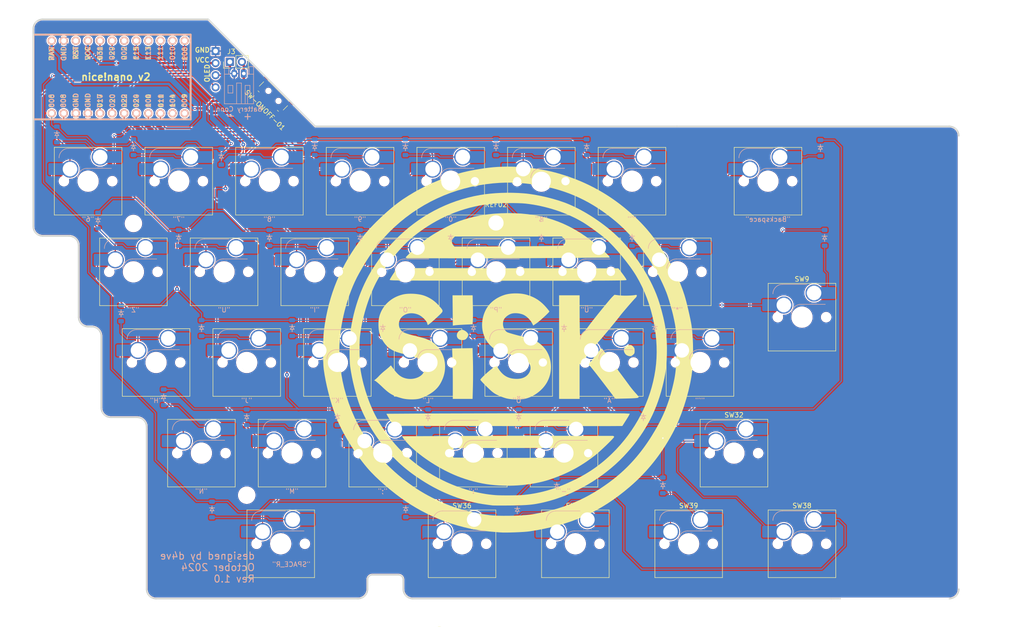
<source format=kicad_pcb>
(kicad_pcb (version 20240108) (generator "pcbnew") (generator_version "8.0")
  (layers (0 "F.Cu" signal) (31 "B.Cu" signal) (34 "B.Paste" user) (35 "F.Paste" user) (36 "B.SilkS" user "B.Silkscreen") (37 "F.SilkS" user "F.Silkscreen") (38 "B.Mask" user) (39 "F.Mask" user) (44 "Edge.Cuts" user))
  (net 0 "")
  (net 1 "Net-(D1-A)")
  (net 2 "/ROW0")
  (net 3 "Net-(D2-A)")
  (net 4 "/ROW1")
  (net 6 "/ROW2")
  (net 7 "unconnected-(U1-9-Pad12)")
  (net 8 "/ROW3")
  (net 9 "/ROW4")
  (net 10 "Net-(D3-A)")
  (net 11 "Net-(D11-A)")
  (net 12 "Net-(D12-A)")
  (net 13 "Net-(D13-A)")
  (net 14 "Net-(D16-A)")
  (net 15 "Net-(D17-A)")
  (net 16 "Net-(D18-A)")
  (net 17 "Net-(D19-A)")
  (net 18 "Net-(D21-A)")
  (net 19 "Net-(D22-A)")
  (net 20 "Net-(D23-A)")
  (net 21 "Net-(D24-A)")
  (net 22 "Net-(D25-A)")
  (net 23 "Net-(D26-A)")
  (net 24 "Net-(D27-A)")
  (net 25 "Net-(D28-A)")
  (net 26 "Net-(D29-A)")
  (net 27 "Net-(D30-A)")
  (net 28 "Net-(D31-A)")
  (net 29 "Net-(D32-A)")
  (net 30 "Net-(D33-A)")
  (net 31 "Net-(D34-A)")
  (net 32 "Net-(D35-A)")
  (net 33 "Net-(D36-A)")
  (net 34 "Net-(D37-A)")
  (net 35 "Net-(D38-A)")
  (net 36 "Net-(D39-A)")
  (net 37 "Net-(D41-A)")
  (net 38 "Net-(D42-A)")
  (net 39 "Net-(D43-A)")
  (net 40 "Net-(D44-A)")
  (net 41 "Net-(J1-SCL)")
  (net 42 "Net-(J1-SDA)")
  (net 43 "+3.3V")
  (net 44 "Net-(J3-Pin_1)")
  (net 46 "/COL0")
  (net 47 "/COL1")
  (net 48 "/COL2")
  (net 49 "/COL3")
  (net 50 "/COL4")
  (net 51 "/COL5")
  (net 52 "/COL6")
  (net 54 "Net-(D8-A)")
  (net 55 "GND")
  (net 56 "VCC")
  (footprint "ScottoKeebs_Components:OLED_128x32" (layer "F.Cu") (at 80.835 47.465 180)
    (property "Reference" "J1" (hide yes))
    (property "Value" "OLED_128x32" (hide yes))
  )
  (footprint "ScottoKeebs_Hotswap:Hotswap_MX_Plated_2.75u" (layer "F.Cu") (at 188.17875 122.165)
    (property "Reference" "SW32")
    (property "Value" "\"shift_R\"")
  )
  (footprint "ScottoKeebs_Hotswap:Hotswap_MX_Plated_ISOEnter" (layer "F.Cu") (at 202.46625 93.59)
    (property "Reference" "SW9")
    (property "Value" "\"Enter\"")
  )
  (footprint "ScottoKeebs_Hotswap:Hotswap_MX_Plated_1.00u" (layer "F.Cu") (at 66.735 103.115)
    (property "Reference" "SW19" (hide yes))
    (property "Value" "\"H\"")
  )
  (footprint "ScottoKeebs_Hotswap:Hotswap_MX_Plated_1.00u" (layer "F.Cu") (at 114.36 122.165)
    (property "Reference" "SW29" (hide yes))
    (property "Value" "\";\"")
  )
  (footprint "MountingHole:MountingHole_3.2mm_M3_ISO7380" (layer "F.Cu") (at 138.16 73.79)
    (property "Reference" "REF02")
    (property "Value" "MountingHole_3.2mm_M3_ISO7380")
  )
  (footprint "ScottoKeebs_Hotswap:Hotswap_MX_Plated_2.00u" (layer "F.Cu") (at 195.3225 65.015)
    (property "Reference" "SW8" (hide yes))
    (property "Value" "\"Backspace\"")
  )
  (footprint "ScottoKeebs_Hotswap:Hotswap_MX_Plated_2.75u" (layer "F.Cu") (at 92.92875 141.215)
    (property "Reference" "SW35" (hide yes))
    (property "Value" "\"SPACE_R\"")
  )
  (footprint "ScottoKeebs_Hotswap:Hotswap_MX_Plated_1.25u" (layer "F.Cu") (at 154.84125 141.215)
    (property "Reference" "SW37")
    (property "Value" "FN")
  )
  (footprint "ScottoKeebs_Hotswap:Hotswap_MX_Plated_1.00u" (layer "F.Cu") (at 123.885 103.115)
    (property "Reference" "SW22" (hide yes))
    (property "Value" "\"L\"")
  )
  (footprint "ScottoKeebs_Hotswap:Hotswap_MX_Plated_1.00u" (layer "F.Cu") (at 128.6475 65.015)
    (property "Reference" "SW5" (hide yes))
    (property "Value" "\"0\"")
  )
  (footprint "ScottoKeebs_Hotswap:Hotswap_MX_Plated_1.00u" (layer "F.Cu") (at 100.0725 84.065)
    (property "Reference" "SW12" (hide yes))
    (property "Value" "\"I\"")
  )
  (footprint "ScottoKeebs_Hotswap:Hotswap_MX_Plated_1.00u" (layer "F.Cu") (at 152.46 122.165)
    (property "Reference" "SW31" (hide yes))
    (property "Value" "\"-\"")
  )
  (footprint "ScottoKeebs_Hotswap:Hotswap_MX_Plated_1.25u" (layer "F.Cu") (at 131.02875 141.215)
    (property "Reference" "SW36")
    (property "Value" "\"Alt\"")
  )
  (footprint "nice-nano-kicad-master:nice_nano" (layer "F.Cu") (at 58.765 43.12)
    (property "Reference" "U1" (hide yes))
    (property "Value" "Nice_Nano_V2" (hide yes))
  )
  (footprint "ScottoKeebs_Hotswap:Hotswap_MX_Plated_1.25u" (layer "F.Cu") (at 178.65375 141.215)
    (property "Reference" "SW39")
    (property "Value" "FN2")
  )
  (footprint "ScottoKeebs_Hotswap:Hotswap_MX_Plated_1.00u" (layer "F.Cu") (at 52.4475 65.015)
    (property "Reference" "SW1" (hide yes))
    (property "Value" "\"6\"")
  )
  (footprint "ScottoKeebs_Hotswap:Hotswap_MX_Plated_1.00u" (layer "F.Cu") (at 95.31 122.165)
    (property "Reference" "SW28" (hide yes))
    (property "Value" "\"M\"")
  )
  (footprint "ScottoKeebs_Hotswap:Hotswap_MX_Plated_1.00u" (layer "F.Cu") (at 85.785 103.115)
    (property "Reference" "SW20" (hide yes))
    (property "Value" "\"J\"")
  )
  (footprint "MountingHole:MountingHole_3.2mm_M3_ISO7380" (layer "F.Cu") (at 61.9725 73.9)
    (property "Reference" "REF01" (hide yes))
    (property "Value" "MountingHole_3.2mm_M3_ISO7380")
  )
  (footprint "ScottoKeebs_Hotswap:Hotswap_MX_Plated_1.00u" (layer "F.Cu") (at 181.035 103.115)
    (property "Reference" "SW25" (hide yes))
    (property "Value" "\"'\"")
  )
  (footprint "ScottoKeebs_Hotswap:Hotswap_MX_Plated_1.00u" (layer "F.Cu") (at 147.6975 65.015)
    (property "Reference" "SW6" (hide yes))
    (property "Value" "\"ß\"")
  )
  (footprint "ScottoKeebs_Hotswap:Hotswap_MX_Plated_1.00u" (layer "F.Cu") (at 138.1725 84.065)
    (property "Reference" "SW14" (hide yes))
    (property "Value" "\"P\"")
  )
  (footprint "ScottoKeebs_Hotswap:Hotswap_MX_Plated_1.00u" (layer "F.Cu") (at 61.9725 84.065)
    (property "Reference" "SW10" (hide yes))
    (property "Value" "\"Z\"")
  )
  (footprint "ScottoKeebs_Hotswap:Hotswap_MX_Plated_1.00u" (layer "F.Cu") (at 133.41 122.165)
    (property "Reference" "SW30" (hide yes))
    (property "Value" "\":\"")
  )
  (footprint "ScottoKeebs_Hotswap:Hotswap_MX_Plated_1.00u" (layer "F.Cu") (at 161.985 103.115)
    (property "Reference" "SW24" (hide yes))
    (property "Value" "\"Ä\"")
  )
  (footprint "MountingHole:MountingHole_3.2mm_M3_ISO7380" (layer "F.Cu") (at 85.785 131)
    (property "Reference" "REF04" (hide yes))
    (property "Value" "MountingHole_3.2mm_M3_ISO7380")
  )
  (footprint "ScottoKeebs_Hotswap:Hotswap_MX_Plated_1.00u" (layer "F.Cu") (at 109.5975 65.015)
    (property "Reference" "SW4" (hide yes))
    (property "Value" "\"9\"")
  )
  (footprint "ScottoKeebs_Hotswap:Hotswap_MX_Plated_1.00u" (layer "F.Cu") (at 81.0225 84.065)
    (property "Reference" "SW11" (hide yes))
    (property "Value" "\"U\"")
  )
  (footprint "ScottoKeebs_Hotswap:Hotswap_MX_Plated_1.00u" (layer "F.Cu") (at 71.4975 65.015)
    (property "Reference" "SW2" (hide yes))
    (property "Value" "\"7\"")
  )
  (footprint "ScottoKeebs_Hotswap:Hotswap_MX_Plated_1.00u" (layer "F.Cu") (at 76.26 122.165)
    (property "Reference" "SW27" (hide yes))
    (property "Value" "\"N\"")
  )
  (footprint "ScottoKeebs_Hotswap:Hotswap_MX_Plated_1.00u" (layer "F.Cu") (at 90.5475 65.015)
    (property "Reference" "SW3" (hide yes))
    (property "Value" "\"8\"")
  )
  (footprint "ScottoKeebs_Hotswap:Hotswap_MX_Plated_1.00u" (layer "F.Cu") (at 166.7475 65.015)
    (property "Reference" "SW7" (hide yes))
    (property "Value" "\"`\"")
  )
  (footprint "ScottoKeebs_Components:Switch_MSK12C02" (layer "F.Cu") (at 91.4 47.095 -45)
    (property "Reference" "SW-ONOFF-01")
    (property "Value" "onboard ON/OFF SW" (hide yes))
  )
  (footprint "ScottoKeebs_Hotswap:Hotswap_MX_Plated_1.00u" (layer "F.Cu") (at 104.835 103.115)
    (property "Reference" "SW21" (hide yes))
    (property "Value" "\"K\"")
  )
  (footprint "ScottoKeebs_Hotswap:Hotswap_MX_Plated_1.00u" (layer "F.Cu") (at 119.1225 84.065)
    (property "Reference" "SW13" (hide yes))
    (property "Value" "\"O\"")
  )
  (footprint "ScottoKeebs_Hotswap:Hotswap_MX_Plated_1.25u" (layer "F.Cu") (at 202.46625 141.215)
    (property "Reference" "SW38")
    (property "Value" "\"Ctrl\"")
  )
  (footprint "Connector_PinHeader_2.54mm:PinHeader_1x02_P2.54mm_Vertical" (layer "F.Cu") (at 82.235 39.94 90)
    (property "Reference" "J3")
    (property "Value" "alternative on/off SW (wired)")
  )
  (footprint "ScottoKeebs_Hotswap:Hotswap_MX_Plated_1.00u" (layer "F.Cu") (at 157.2225 84.065)
    (property "Reference" "SW15" (hide yes))
    (property "Value" "\"Ü\"")
  )
  (footprint "ScottoKeebs_Hotswap:Hotswap_MX_Plated_1.00u" (layer "F.Cu") (at 142.935 103.115)
    (property "Reference" "SW23" (hide yes))
    (property "Value" "\"Ö\"")
  )
  (footprint "ScottoKeebs_Hotswap:Hotswap_MX_Plated_1.00u" (layer "F.Cu") (at 176.2725 84.065)
    (property "Reference" "SW16" (hide yes))
    (property "Value" "\"*\"")
  )
  (footprint "ScottoKeebs_Components:Diode_SOD-123" (layer "B.Cu") (at 85.785 114.64 -90)
    (property "Reference" "D39" (hide yes))
    (property "Value" "D")
  )
  (footprint "ScottoKeebs_Components:Diode_SOD-123" (layer "B.Cu") (at 123.885 114.64 -90)
    (property "Reference" "D29" (hide yes))
    (property "Value" "D")
  )
  (footprint "ScottoKeebs_Components:Diode_SOD-123" (layer "B.Cu") (at 119.1225 57.87125 -90)
    (property "Reference" "D21" (hide yes))
    (property "Value" "D")
  )
  (footprint "ScottoKeebs_Components:Diode_SOD-123" (layer "B.Cu") (at 71.4975 76.92125 -90)
    (property "Reference" "D37" (hide yes))
    (property "Value" "D")
  )
  (footprint "ScottoKeebs_Components:Diode_SOD-123" (layer "B.Cu") (at 133.435 95.89 -90)
    (property "Reference" "D23" (hide yes))
    (property "Value" "D")
  )
  (footprint "ScottoKeebs_Components:Diode_SOD-123" (layer "B.Cu") (at 104.835 114.64 -90)
    (property "Reference" "D34" (hide yes))
    (property "Value" "D")
  )
  (footprint "ScottoKeebs_Components:Diode_SOD-123" (layer "B.Cu") (at 173.235 128.94 -90)
    (property "Reference" "D3" (hide yes))
    (property "Value" "D")
  )
  (footprint "ScottoKeebs_Components:Diode_SOD-123" (layer "B.Cu") (at 76.285 95.89 -90)
    (property "Reference" "D38" (hide yes))
    (property "Value" "D")
  )
  (footprint "ScottoKeebs_Components:Diode_SOD-123" (layer "B.Cu") (at 45.885 55.19 -90)
    (property "Reference" "D41" (hide yes))
    (property "Value" "D")
  )
  (footprint "ScottoKeebs_Components:Diode_SOD-123" (layer "B.Cu") (at 119.20375 133.94 -90)
    (property "Reference" "D35" (hide yes))
    (property "Value" "D")
  )
  (footprint "ScottoKeebs_Components:Diode_SOD-123" (layer "B.Cu") (at 152.485 95.89 -90)
    (property "Reference" "D18" (hide yes))
    (property "Value" "D")
  )
  (footprint "ScottoKeebs_Components:Diode_SOD-123" (layer "B.Cu") (at 142.635 134.14 -90)
    (property "Reference" "D30" (hide yes))
    (property "Value" "D")
  )
  (footprint "Connector_JST:JST_PH_S2B-PH-K_1x02_P2.00mm_Horizontal" (layer "B.Cu") (at 85.16 42.39 180)
    (property "Reference" "J2" (hide yes))
    (property "Value" "Battery Conn")
  )
  (footprint "ScottoKeebs_Components:Diode_SOD-123" (layer "B.Cu") (at 80.435 59.89 -90)
    (property "Reference" "D31" (hide yes))
    (property "Value" "D")
  )
  (footprint "ScottoKeebs_Components:Diode_SOD-123" (layer "B.Cu") (at 78.485 134.015 -90)
    (property "Reference" "D8" (hide yes))
    (property "Value" "D")
  )
  (footprint "ScottoKeebs_Components:Diode_SOD-123" (layer "B.Cu") (at 150.935 129.065 -90)
    (property "Reference" "D25" (hide yes))
    (property "Value" "D")
  )
  (footprint "ScottoKeebs_Components:Diode_SOD-123" (layer "B.Cu") (at 109.5975 76.92125 -90)
    (property "Reference" "D27" (hide yes))
    (property "Value" "D")
  )
  (footprint "ScottoKeebs_Components:Diode_SOD-123" (layer "B.Cu") (at 95.335 95.89 -90)
    (property "Reference" "D33" (hide yes))
    (property "Value" "D")
  )
  (footprint "ScottoKeebs_Components:Diode_SOD-123" (layer "B.Cu") (at 142.935 114.64 -90)
    (property "Reference" "D24" (hide yes))
    (property "Value" "D")
  )
  (footprint "ScottoKeebs_Components:Diode_SOD-123" (layer "B.Cu") (at 206.335 58.04 -90)
    (property "Reference" "D1" (hide yes))
    (property "Value" "D")
  )
  (footprint "ScottoKeebs_Components:Diode_SOD-123" (layer "B.Cu") (at 138.1725 57.87125 -90)
    (property "Reference" "D16" (hide yes))
    (property "Value" "D")
  )
  (footprint "ScottoKeebs_Components:Diode_SOD-123" (layer "B.Cu") (at 114.385 95.89 -90)
    (property "Reference" "D28" (hide yes))
    (property "Value" "D")
  )
  (footprint "ScottoKeebs_Components:Diode_SOD-123" (layer "B.Cu") (at 128.6475 76.92125 -90)
    (property "Reference" "D22" (hide yes))
    (property "Value" "D")
  )
  (footprint "ScottoKeebs_Components:Diode_SOD-123" (layer "B.Cu") (at 147.6975 76.92125 -90)
    (property "Reference" "D17" (hide yes))
    (property "Value" "D")
  )
  (footprint "ScottoKeebs_Components:Diode_SOD-123" (layer "B.Cu") (at 59.385 92.79 -90)
    (property "Reference" "D43" (hide yes))
    (property "Value" "D")
  )
  (footprint "ScottoKeebs_Components:Diode_SOD-123" (layer "B.Cu") (at 207.22875 76.92125 -90)
    (property "Reference" "D2" (hide yes))
    (property "Value" "D")
  )
  (footprint "ScottoKeebs_Components:Diode_SOD-123" (layer "B.Cu") (at 157.2225 57.87125 -90)
    (property "Reference" "D11" (hide yes))
    (property "Value" "D")
  )
  (footprint "ScottoKeebs_Components:Diode_SOD-123" (layer "B.Cu") (at 166.7475 76.92125 -90)
    (property "Reference" "D12" (hide yes))
    (property "Value" "D")
  )
  (footprint "ScottoKeebs_Components:Diode_SOD-123" (layer "B.Cu") (at 169.12875 114.64 -90)
    (property "Reference" "D19" (hide yes))
    (property "Value" "D")
  )
  (footprint "ScottoKeebs_Components:Diode_SOD-123" (layer "B.Cu") (at 171.535 95.89 -90)
    (property "Reference" "D13" (hide yes))
    (property "Value" "D")
  )
  (footprint "ScottoKeebs_Components:Diode_SOD-123" (layer "B.Cu") (at 100.0725 57.87125 -90)
    (property "Reference" "D26" (hide yes))
    (property "Value" "D")
  )
  (footprint "ScottoKeebs_Components:Diode_SOD-123" (layer "B.Cu") (at 90.5475 76.92125 -90)
    (property "Reference" "D32" (hide yes))
    (property "Value" "D")
  )
  (footprint "ScottoKeebs_Components:Diode_SOD-123" (layer "B.Cu") (at 68.335 110.44 -90)
    (property "Reference" "D44" (hide yes))
    (property "Value" "D")
  )
  (footprint "ScottoKeebs_Components:Diode_SOD-123" (layer "B.Cu") (at 61.9725 57.87125 -90)
    (property "Reference" "D36" (hide yes))
    (property "Value" "D")
  )
  (footprint "ScottoKeebs_Components:Diode_SOD-123" (layer "B.Cu") (at 54.535 73.29 -90)
    (property "Reference" "D42" (hide yes))
    (property "Value" "D")
  )
  (gr_poly (pts (xy 166.451491 99.444118) (xy 166.500311 99.44905) (xy 166.523567 99.45289) (xy 166.546184 99.457692) (xy 166.568263 99.463489) (xy 166.589903 99.470317) (xy 166.611204 99.478207) (xy 166.632264 99.487196) (xy 166.653183 99.497316) (xy 166.67406 99.508603) (xy 166.716086 99.534808) (xy 166.759137 99.566086) (xy 166.804006 99.602707) (xy 166.851489 99.644945) (xy 166.902379 99.693071) (xy 166.957471 99.747357) (xy 167.009618 99.800589) (xy 167.056412 99.850941) (xy 167.098127 99.899137) (xy 167.135038 99.9459) (xy 167.167419 99.991954) (xy 167.181997 100.014941) (xy 167.195545 100.038021) (xy 167.208098 100.061286) (xy 167.21969 100.084826) (xy 167.230355 100.108731) (xy 167.240128 100.133092) (xy 167.249042 100.157999) (xy 167.257133 100.183542) (xy 167.264435 100.209812) (xy 167.270981 100.236899) (xy 167.281946 100.293888) (xy 167.290302 100.35523) (xy 167.296323 100.421651) (xy 167.300284 100.493873) (xy 167.302459 100.572619) (xy 167.303123 100.658614) (xy 167.302542 100.746596) (xy 167.300589 100.826415) (xy 167.296953 100.898841) (xy 167.29132 100.964643) (xy 167.283379 101.02459) (xy 167.272816 101.079454) (xy 167.259319 101.130003) (xy 167.242575 101.177007) (xy 167.222273 101.221235) (xy 167.198098 101.263458) (xy 167.16974 101.304445) (xy 167.136884 101.344966) (xy 167.09922 101.38579) (xy 167.056433 101.427688) (xy 167.008212 101.471428) (xy 166.954243 101.517781) (xy 166.882243 101.575869) (xy 166.812256 101.627017) (xy 166.743761 101.67128) (xy 166.709909 101.690847) (xy 166.676233 101.708713) (xy 166.64267 101.724886) (xy 166.609152 101.739372) (xy 166.575616 101.752179) (xy 166.541995 101.763312) (xy 166.508225 101.77278) (xy 166.47424 101.780589) (xy 166.439974 101.786746) (xy 166.405363 101.791258) (xy 166.370341 101.794132) (xy 166.334843 101.795375) (xy 166.298803 101.794993) (xy 166.262157 101.792994) (xy 166.224839 101.789385) (xy 166.186783 101.784172) (xy 166.147925 101.777363) (xy 166.108199 101.768963) (xy 166.025882 101.747424) (xy 165.939309 101.719609) (xy 165.847959 101.685574) (xy 165.751309 101.645374) (xy 165.714532 101.62831) (xy 165.678229 101.609351) (xy 165.642447 101.588567) (xy 165.607231 101.566031) (xy 165.572625 101.541814) (xy 165.538676 101.515988) (xy 165.505429 101.488624) (xy 165.47293 101.459795) (xy 165.441223 101.429572) (xy 165.410354 101.398027) (xy 165.380369 101.365232) (xy 165.351314 101.331258) (xy 165.323232 101.296177) (xy 165.296171 101.260061) (xy 165.24529 101.185011) (xy 165.199033 101.10668) (xy 165.157765 101.025644) (xy 165.139116 100.984291) (xy 165.121849 100.942476) (xy 165.106012 100.900272) (xy 165.091648 100.85775) (xy 165.078805 100.814982) (xy 165.067526 100.77204) (xy 165.057858 100.728995) (xy 165.049846 100.685919) (xy 165.043535 100.642885) (xy 165.038972 100.599962) (xy 165.0362 100.557225) (xy 165.035266 100.514743) (xy 165.03684 100.47175) (xy 165.041497 100.428494) (xy 165.04914 100.385067) (xy 165.059673 100.341561) (xy 165.072999 100.298068) (xy 165.089022 100.25468) (xy 165.107644 100.211489) (xy 165.128769 100.168589) (xy 165.152301 100.126071) (xy 165.178143 100.084026) (xy 165.206197 100.042548) (xy 165.236369 100.001728) (xy 165.268559 99.961659) (xy 165.302673 99.922433) (xy 165.338614 99.884142) (xy 165.376284 99.846879) (xy 165.456427 99.775801) (xy 165.542329 99.70994) (xy 165.587198 99.679195) (xy 165.633216 99.65003) (xy 165.680288 99.622538) (xy 165.728316 99.596811) (xy 165.777204 99.572941) (xy 165.826855 99.55102) (xy 165.877173 99.53114) (xy 165.92806 99.513393) (xy 165.97942 99.497872) (xy 166.031157 99.484669) (xy 166.083173 99.473876) (xy 166.135373 99.465586) (xy 166.210847 99.456049) (xy 166.279401 99.448862) (xy 166.34183 99.444297) (xy 166.398929 99.442624)) (stroke (width -0.000001)) (fill solid) (layer "F.SilkS"))
  (gr_poly (pts (xy 160.387381 100.14595) (xy 160.394248 100.149962) (xy 160.402451 100.155967) (xy 160.422701 100.173754) (xy 160.447806 100.19891) (xy 160.477442 100.231031) (xy 160.511285 100.269715) (xy 160.549011 100.31456) (xy 160.590297 100.365164) (xy 160.634817 100.421123) (xy 160.682248 100.482035) (xy 160.784547 100.61711) (xy 160.894602 100.767169) (xy 161.00982 100.928992) (xy 161.39104 101.458132) (xy 162.009897 102.301613) (xy 162.780804 103.343338) (xy 163.618176 104.467208) (xy 165.217179 106.616763) (xy 166.19496 107.950807) (xy 166.317844 108.118844) (xy 166.46213 108.307909) (xy 166.622539 108.511556) (xy 166.793794 108.723338) (xy 166.970617 108.936807) (xy 167.147729 109.145516) (xy 167.319853 109.343017) (xy 167.481711 109.522864) (xy 167.691427 109.754179) (xy 167.855767 109.942822) (xy 167.921987 110.022858) (xy 167.978141 110.094285) (xy 168.024658 110.15779) (xy 168.061962 110.21406) (xy 168.09048 110.263782) (xy 168.110639 110.307641) (xy 168.122865 110.346325) (xy 168.127584 110.38052) (xy 168.127263 110.396149) (xy 168.125224 110.410914) (xy 168.121522 110.424899) (xy 168.116209 110.438191) (xy 168.100968 110.463039) (xy 168.079925 110.486145) (xy 168.067881 110.495717) (xy 168.052276 110.505017) (xy 168.033043 110.514051) (xy 168.010112 110.522825) (xy 167.952889 110.539613) (xy 167.880061 110.555423) (xy 167.791084 110.570301) (xy 167.685413 110.584288) (xy 167.562502 110.597428) (xy 167.421807 110.609765) (xy 167.262782 110.621343) (xy 167.084883 110.632204) (xy 166.670284 110.651952) (xy 166.173648 110.669356) (xy 165.590616 110.684764) (xy 163.254451 110.73884) (xy 162.132133 109.258377) (xy 160.57024 107.209837) (xy 159.279653 105.540858) (xy 158.33668 104.349168) (xy 158.019393 103.962846) (xy 157.817624 103.732492) (xy 157.434526 103.329088) (xy 157.816887 103.146752) (xy 157.864009 103.122509) (xy 157.911012 103.094791) (xy 157.957869 103.063628) (xy 158.004552 103.029049) (xy 158.051033 102.991085) (xy 158.097285 102.949766) (xy 158.143279 102.905122) (xy 158.18899 102.857183) (xy 158.234388 102.805979) (xy 158.279446 102.75154) (xy 158.324137 102.693896) (xy 158.368433 102.633078) (xy 158.412306 102.569115) (xy 158.455729 102.502038) (xy 158.498675 102.431877) (xy 158.541115 102.358661) (xy 158.607808 102.249134) (xy 158.696038 102.117522) (xy 158.924147 101.803667) (xy 159.199516 101.448358) (xy 159.496217 101.082855) (xy 159.788324 100.738418) (xy 160.04991 100.446307) (xy 160.161156 100.329643) (xy 160.255049 100.237783) (xy 160.328348 100.174635) (xy 160.377814 100.144106) (xy 160.381889 100.143981)) (stroke (width -0.000001)) (fill solid) (layer "F.SilkS"))
  (gr_poly (pts (xy 142.048904 71.745022) (xy 143.455063 71.819308) (xy 144.820802 71.949392) (xy 146.149338 72.136504) (xy 147.443886 72.381873) (xy 148.707663 72.686728) (xy 149.943886 73.052297) (xy 151.15577 73.479811) (xy 152.346532 73.970498) (xy 153.519388 74.525588) (xy 154.677555 75.146309) (xy 155.824248 75.83389) (xy 156.962685 76.589562) (xy 158.09608 77.414552) (xy 159.227652 78.310091) (xy 160.360615 79.277406) (xy 160.837757 79.703491) (xy 161.225864 80.059787) (xy 161.530575 80.35249) (xy 161.65342 80.47693) (xy 161.75753 80.587794) (xy 161.84361 80.685858) (xy 161.912366 80.771894) (xy 161.964502 80.846678) (xy 162.000723 80.910984) (xy 162.021734 80.965586) (xy 162.02824 81.011259) (xy 162.026273 81.030988) (xy 162.020944 81.048776) (xy 162.012342 81.064719) (xy 162.000554 81.078913) (xy 140.8541 81.2221) (xy 119.508035 81.213669) (xy 119.508035 81.213667) (xy 119.484452 81.206915) (xy 119.460584 81.199461) (xy 119.412654 81.182756) (xy 119.365556 81.164164) (xy 119.320601 81.144298) (xy 119.279099 81.12377) (xy 119.260054 81.113449) (xy 119.242363 81.103193) (xy 119.226191 81.093077) (xy 119.211701 81.083178) (xy 119.199058 81.073574) (xy 119.188426 81.06434) (xy 119.187013 81.048444) (xy 119.201442 81.019284) (xy 119.274801 80.923914) (xy 119.402453 80.783719) (xy 119.578348 80.604188) (xy 120.050671 80.149071) (xy 120.643371 79.602472) (xy 121.308052 79.0083) (xy 121.996316 78.410463) (xy 122.659764 77.852873) (xy 123.055113 77.535758) (xy 128.875184 77.535758) (xy 128.876375 77.590941) (xy 128.880441 77.650993) (xy 128.88712 77.716656) (xy 128.896149 77.788671) (xy 128.903683 77.836795) (xy 128.913477 77.886199) (xy 128.925374 77.936516) (xy 128.939219 77.987378) (xy 128.954856 78.038416) (xy 128.972128 78.089263) (xy 128.990879 78.139552) (xy 129.010954 78.188913) (xy 129.032197 78.236979) (xy 129.05445 78.283383) (xy 129.07756 78.327757) (xy 129.101368 78.369731) (xy 129.12572 78.40894) (xy 129.150459 78.445014) (xy 129.175429 78.477587) (xy 129.200475 78.506289) (xy 129.443204 78.764664) (xy 140.740535 78.714477) (xy 149.191963 78.647624) (xy 151.425567 78.601944) (xy 152.01867 78.57641) (xy 152.252861 78.549219) (xy 152.26409 78.542821) (xy 152.275591 78.535514) (xy 152.29931 78.518302) (xy 152.323826 78.497836) (xy 152.348946 78.474374) (xy 152.374479 78.448168) (xy 152.400231 78.419475) (xy 152.426012 78.38855) (xy 152.451629 78.355647) (xy 152.47689 78.321021) (xy 152.501603 78.284928) (xy 152.525575 78.247623) (xy 152.548614 78.20936) (xy 152.570529 78.170394) (xy 152.591127 78.130981) (xy 152.610216 78.091375) (xy 152.627604 78.051832) (xy 152.660397 77.965991) (xy 152.68603 77.882418) (xy 152.704466 77.800986) (xy 152.710973 77.761034) (xy 152.715667 77.72157) (xy 152.718542 77.682579) (xy 152.719594 77.644044) (xy 152.718818 77.605949) (xy 152.716209 77.56828) (xy 152.711762 77.531019) (xy 152.705473 77.494152) (xy 152.697337 77.457663) (xy 152.687348 77.421535) (xy 152.675503 77.385753) (xy 152.661796 77.350302) (xy 152.646223 77.315165) (xy 152.628779 77.280326) (xy 152.609459 77.24577) (xy 152.588257 77.211481) (xy 152.565171 77.177444) (xy 152.540194 77.143642) (xy 152.484549 77.07668) (xy 152.421286 77.010471) (xy 152.350365 76.944888) (xy 152.271748 76.879804) (xy 151.964506 76.63813) (xy 129.525856 76.63813) (xy 129.180205 76.983785) (xy 129.12652 77.038307) (xy 129.078845 77.088809) (xy 129.036919 77.136034) (xy 129.000482 77.180721) (xy 128.984239 77.202344) (xy 128.969271 77.223611) (xy 128.955544 77.244614) (xy 128.943025 77.265446) (xy 128.931683 77.286199) (xy 128.921484 77.306965) (xy 128.912395 77.327838) (xy 128.904384 77.34891) (xy 128.897419 77.370273) (xy 128.891466 77.392021) (xy 128.886493 77.414245) (xy 128.882468 77.437038) (xy 128.879356 77.460494) (xy 128.877127 77.484704) (xy 128.875747 77.509761) (xy 128.875184 77.535758) (xy 123.055113 77.535758) (xy 123.250001 77.379436) (xy 123.60103 77.11686) (xy 123.990963 76.842496) (xy 124.867126 76.269547) (xy 125.837668 75.682879) (xy 126.861765 75.104784) (xy 127.898592 74.557553) (xy 128.907328 74.063476) (xy 129.84715 73.644846) (xy 130.27846 73.470789) (xy 130.677232 73.323952) (xy 131.253758 73.130658) (xy 131.833909 72.950166) (xy 132.418155 72.782402) (xy 133.006962 72.62729) (xy 133.600801 72.484754) (xy 134.20014 72.354719) (xy 134.805447 72.23711) (xy 135.417191 72.13185) (xy 136.03584 72.038865) (xy 136.661864 71.958078) (xy 137.295731 71.889415) (xy 137.937909 71.8328) (xy 139.249074 71.75541) (xy 140.599109 71.725306)) (stroke (width -0.000001)) (fill solid) (layer "F.SilkS"))
  (gr_poly (pts (xy 133.320431 102.729807) (xy 133.342585 103.965395) (xy 133.34999 105.383352) (xy 133.34264 106.808583) (xy 133.320534 108.065994) (xy 133.249054 110.769387) (xy 129.089731 110.769387) (xy 129.08939 107.395947) (xy 129.089383 107.395943) (xy 129.083518 105.933995) (xy 129.067848 104.447198) (xy 129.044751 103.109495) (xy 129.016605 102.094829) (xy 128.944173 100.16715) (xy 131.096509 100.132067) (xy 133.248845 100.096988)) (stroke (width -0.000001)) (fill solid) (layer "F.SilkS"))
  (gr_poly (pts (xy 124.256108 83.28425) (xy 127.523719 83.289529) (xy 150.715274 83.317876) (xy 163.893045 83.328308) (xy 164.747639 84.45676) (xy 164.919308 84.687028) (xy 165.07946 84.908774) (xy 165.22459 85.11665) (xy 165.351193 85.305307) (xy 165.455763 85.469397) (xy 165.534796 85.603571) (xy 165.563641 85.657768) (xy 165.584787 85.702481) (xy 165.597796 85.73704) (xy 165.602229 85.760777) (xy 165.594384 85.775179) (xy 165.568727 85.78878) (xy 165.522069 85.801604) (xy 165.451226 85.813673) (xy 165.224239 85.835636) (xy 164.862276 85.854848) (xy 164.339847 85.871491) (xy 163.631464 85.885743) (xy 161.554877 85.907795) (xy 158.428601 85.922443) (xy 154.048722 85.931124) (xy 140.712501 85.936344) (xy 120.109075 85.907805) (xy 116.652329 85.857632) (xy 115.999906 85.81934) (xy 115.822768 85.770633) (xy 115.825936 85.75047) (xy 115.835217 85.721904) (xy 115.870784 85.641615) (xy 115.926803 85.533863) (xy 116.000604 85.402747) (xy 116.190885 85.08681) (xy 116.420284 84.726585) (xy 116.667458 84.354851) (xy 116.911064 84.004388) (xy 117.129759 83.707977) (xy 117.223095 83.590284) (xy 117.302199 83.498397) (xy 117.321513 83.47806) (xy 117.342219 83.458981) (xy 117.353656 83.449902) (xy 117.366115 83.441124) (xy 117.37982 83.432642) (xy 117.394997 83.424451) (xy 117.411869 83.416548) (xy 117.430662 83.408927) (xy 117.4516 83.401583) (xy 117.474908 83.394513) (xy 117.500809 83.387712) (xy 117.52953 83.381174) (xy 117.561295 83.374896) (xy 117.596327 83.368873) (xy 117.634852 83.3631) (xy 117.677095 83.357573) (xy 117.77363 83.347238) (xy 117.887731 83.33783) (xy 118.021193 83.329313) (xy 118.175815 83.32165) (xy 118.353392 83.314805) (xy 118.555721 83.308741) (xy 118.784601 83.30342) (xy 119.041826 83.298807) (xy 119.329196 83.294865) (xy 119.648505 83.291557) (xy 120.001553 83.288846) (xy 120.390134 83.286695) (xy 120.816047 83.285068) (xy 121.787054 83.283239) (xy 122.928949 83.283064)) (stroke (width -0.000001)) (fill solid) (layer "F.SilkS"))
  (gr_poly (pts (xy 131.1453 88.997885) (xy 133.257564 88.997952) (xy 133.302349 91.067371) (xy 133.316435 91.947818) (xy 133.321681 92.815291) (xy 133.317992 93.569897) (xy 133.305272 94.111742) (xy 133.263414 95.086705) (xy 131.601798 95.160863) (xy 130.923348 95.195239) (xy 130.304401 95.234016) (xy 129.813316 95.27244) (xy 129.637086 95.290034) (xy 129.518456 95.305757) (xy 129.096732 95.376493) (xy 129.064885 92.18715) (xy 129.064883 92.18715) (xy 129.033037 88.997805)) (stroke (width -0.000001)) (fill solid) (layer "F.SilkS"))
  (gr_poly (pts (xy 142.523297 88.594307) (xy 142.835763 88.604834) (xy 143.144999 88.624798) (xy 143.448865 88.654222) (xy 143.745223 88.693132) (xy 144.031933 88.741552) (xy 144.306856 88.799507) (xy 144.567851 88.86702) (xy 144.882311 88.961941) (xy 145.186425 89.064395) (xy 145.480792 89.174763) (xy 145.766011 89.293429) (xy 146.04268 89.420774) (xy 146.311398 89.557183) (xy 146.572764 89.703036) (xy 146.827375 89.858718) (xy 147.075831 90.02461) (xy 147.31873 90.201095) (xy 147.556671 90.388555) (xy 147.790252 90.587374) (xy 148.020071 90.797933) (xy 148.246728 91.020616) (xy 148.47082 91.255805) (xy 148.692947 91.503883) (xy 148.832378 91.666112) (xy 148.962454 91.820977) (xy 149.08033 91.964836) (xy 149.183157 92.094049) (xy 149.26809 92.204975) (xy 149.332281 92.293971) (xy 149.372883 92.357398) (xy 149.383449 92.378384) (xy 149.38705 92.391612) (xy 149.381354 92.411713) (xy 149.364664 92.440984) (xy 149.300676 92.524852) (xy 149.199834 92.638839) (xy 149.066889 92.778568) (xy 148.723695 93.11775) (xy 148.309096 93.507383) (xy 147.861097 93.912455) (xy 147.417701 94.297953) (xy 147.209605 94.472421) (xy 147.016913 94.628865) (xy 146.844373 94.762909) (xy 146.696736 94.870176) (xy 145.994101 95.356246) (xy 145.752379 94.882424) (xy 145.677639 94.745021) (xy 145.593592 94.607024) (xy 145.501083 94.469262) (xy 145.400952 94.33256) (xy 145.294044 94.197747) (xy 145.1812 94.065648) (xy 145.063264 93.937092) (xy 144.941079 93.812905) (xy 144.815487 93.693914) (xy 144.68733 93.580947) (xy 144.557452 93.474831) (xy 144.426696 93.376393) (xy 144.295903 93.28646) (xy 144.165918 93.205859) (xy 144.037582 93.135417) (xy 143.911738 93.075962) (xy 143.754947 93.013157) (xy 143.591467 92.95698) (xy 143.422491 92.907507) (xy 143.249206 92.864813) (xy 143.072806 92.828973) (xy 142.894479 92.800064) (xy 142.715416 92.778159) (xy 142.536809 92.763335) (xy 142.359846 92.755666) (xy 142.185719 92.755229) (xy 142.015618 92.762098) (xy 141.850733 92.776348) (xy 141.692256 92.798056) (xy 141.541375 92.827295) (xy 141.399283 92.864143) (xy 141.267169 92.908672) (xy 141.146057 92.958404) (xy 141.025975 93.014505) (xy 140.907522 93.07646) (xy 140.791299 93.143754) (xy 140.677902 93.215872) (xy 140.567933 93.292299) (xy 140.461988 93.37252) (xy 140.360668 93.45602) (xy 140.264572 93.542284) (xy 140.174297 93.630797) (xy 140.090445 93.721044) (xy 140.013612 93.812509) (xy 139.944399 93.904678) (xy 139.883404 93.997036) (xy 139.831226 94.089068) (xy 139.788464 94.180258) (xy 139.75507 94.266089) (xy 139.725859 94.353508) (xy 139.700773 94.442319) (xy 139.679758 94.532326) (xy 139.649718 94.715146) (xy 139.635291 94.9004) (xy 139.636033 95.086523) (xy 139.651498 95.271949) (xy 139.681239 95.455112) (xy 139.724812 95.634445) (xy 139.78177 95.808383) (xy 139.851667 95.975358) (xy 139.934059 96.133805) (xy 140.028499 96.282158) (xy 140.134542 96.41885) (xy 140.191775 96.482334) (xy 140.251741 96.542315) (xy 140.314385 96.598599) (xy 140.379652 96.650988) (xy 140.447485 96.699288) (xy 140.517828 96.743302) (xy 140.568255 96.768518) (xy 140.641823 96.799061) (xy 140.852674 96.874463) (xy 141.138961 96.966187) (xy 141.489264 97.070908) (xy 141.892162 97.185306) (xy 142.336234 97.306058) (xy 142.810061 97.429841) (xy 143.302221 97.553333) (xy 144.244496 97.792396) (xy 145.02385 98.010301) (xy 145.361372 98.115285) (xy 145.668891 98.219737) (xy 145.949982 98.325243) (xy 146.208222 98.433389) (xy 146.447186 98.54576) (xy 146.67045 98.663944) (xy 146.881589 98.789526) (xy 147.08418 98.92409) (xy 147.281797 99.069225) (xy 147.478017 99.226515) (xy 147.676416 99.397546) (xy 147.880568 99.583904) (xy 148.072053 99.772111) (xy 148.253269 99.96903) (xy 148.424168 100.174195) (xy 148.584704 100.38714) (xy 148.734831 100.607399) (xy 148.874501 100.834506) (xy 149.003669 101.067995) (xy 149.122287 101.3074) (xy 149.230309 101.552256) (xy 149.327689 101.802097) (xy 149.414381 102.056456) (xy 149.490336 102.314869) (xy 149.55551 102.576868) (xy 149.609855 102.841989) (xy 149.653325 103.109765) (xy 149.685873 103.379731) (xy 149.707453 103.65142) (xy 149.718018 103.924367) (xy 149.717522 104.198106) (xy 149.705918 104.472172) (xy 149.68316 104.746097) (xy 149.6492 105.019417) (xy 149.603993 105.291665) (xy 149.547492 105.562376) (xy 149.47965 105.831083) (xy 149.40042 106.097322) (xy 149.309758 106.360625) (xy 149.207614 106.620528) (xy 149.093944 106.876564) (xy 148.9687 107.128268) (xy 148.831837 107.375173) (xy 148.683307 107.616814) (xy 148.483562 107.907556) (xy 148.265859 108.19028) (xy 148.031608 108.464014) (xy 147.782219 108.727786) (xy 147.5191 108.980624) (xy 147.243662 109.221557) (xy 146.957313 109.449612) (xy 146.661465 109.663817) (xy 146.357525 109.863201) (xy 146.046904 110.046792) (xy 145.731011 110.213617) (xy 145.411257 110.362704) (xy 145.089049 110.493082) (xy 144.765798 110.603779) (xy 144.442914 110.693822) (xy 144.121806 110.762241) (xy 143.913432 110.79532) (xy 143.6909 110.82274) (xy 143.456403 110.844565) (xy 143.212129 110.860861) (xy 142.703014 110.877126) (xy 142.18108 110.872057) (xy 141.663851 110.846175) (xy 141.412477 110.825593) (xy 141.16885 110.800004) (xy 140.935161 110.769473) (xy 140.7136 110.734065) (xy 140.506358 110.693846) (xy 140.315625 110.64888) (xy 140.31562 110.64888) (xy 140.125523 110.59519) (xy 139.910945 110.52729) (xy 139.679244 110.44794) (xy 139.437779 110.359901) (xy 139.193911 110.265931) (xy 138.954996 110.168791) (xy 138.728395 110.071241) (xy 138.521466 109.976041) (xy 138.375895 109.905139) (xy 138.239307 109.835629) (xy 138.109834 109.766066) (xy 137.985611 109.69501) (xy 137.864773 109.621016) (xy 137.745453 109.542643) (xy 137.625785 109.458448) (xy 137.503904 109.366987) (xy 137.377943 109.266819) (xy 137.246038 109.156501) (xy 137.10632 109.03459) (xy 136.956926 108.899643) (xy 136.795989 108.750218) (xy 136.621642 108.584872) (xy 136.225259 108.200646) (xy 135.953572 107.931915) (xy 135.700111 107.675855) (xy 135.470425 107.438454) (xy 135.27006 107.225699) (xy 135.104564 107.043577) (xy 134.979485 106.898075) (xy 134.900369 106.795181) (xy 134.879781 106.761584) (xy 134.872764 106.740883) (xy 134.877856 106.717599) (xy 134.892803 106.686299) (xy 134.950309 106.601478) (xy 135.041365 106.490081) (xy 135.162055 106.35577) (xy 135.308462 106.202203) (xy 135.47667 106.033042) (xy 135.862821 105.66258) (xy 136.289175 105.273666) (xy 136.724401 104.895586) (xy 136.93555 104.719759) (xy 137.137166 104.557622) (xy 137.325334 104.412835) (xy 137.496137 104.28906) (xy 138.248527 103.76481) (xy 138.732502 104.495626) (xy 138.902509 104.741073) (xy 139.076389 104.96952) (xy 139.254648 105.181266) (xy 139.437792 105.376611) (xy 139.626328 105.555855) (xy 139.722775 105.639533) (xy 139.82076 105.719298) (xy 139.920345 105.795187) (xy 140.021595 105.867239) (xy 140.124572 105.93549) (xy 140.22934 105.999979) (xy 140.335962 106.060742) (xy 140.4445 106.117817) (xy 140.55502 106.171242) (xy 140.667582 106.221053) (xy 140.782252 106.267289) (xy 140.899092 106.309987) (xy 141.018165 106.349185) (xy 141.139535 106.384919) (xy 141.389419 106.446149) (xy 141.649248 106.493976) (xy 141.919529 106.528701) (xy 142.200769 106.550623) (xy 142.459178 106.558981) (xy 142.707942 106.55541) (xy 142.946996 106.539938) (xy 143.176275 106.512594) (xy 143.395714 106.473406) (xy 143.605248 106.422402) (xy 143.804811 106.359611) (xy 143.994338 106.285062) (xy 144.173764 106.198782) (xy 144.343023 106.100801) (xy 144.502051 105.991146) (xy 144.650782 105.869845) (xy 144.789151 105.736928) (xy 144.917093 105.592423) (xy 145.034542 105.436358) (xy 145.141434 105.268761) (xy 145.222963 105.116672) (xy 145.290634 104.962652) (xy 145.344505 104.807142) (xy 145.384636 104.650583) (xy 145.411086 104.493414) (xy 145.423914 104.336076) (xy 145.42318 104.17901) (xy 145.408942 104.022656) (xy 145.38126 103.867453) (xy 145.340194 103.713844) (xy 145.285802 103.562268) (xy 145.218144 103.413166) (xy 145.137278 103.266977) (xy 145.043265 103.124143) (xy 144.936163 102.985103) (xy 144.816032 102.850299) (xy 144.712051 102.745249) (xy 144.607478 102.648576) (xy 144.553957 102.602987) (xy 144.499072 102.559019) (xy 144.442417 102.516514) (xy 144.383588 102.475314) (xy 144.322178 102.435262) (xy 144.257783 102.396199) (xy 144.189997 102.357969) (xy 144.118415 102.320412) (xy 144.042631 102.283371) (xy 143.96224 102.246688) (xy 143.876836 102.210206) (xy 143.786015 102.173766) (xy 143.586498 102.100383) (xy 143.360445 102.025276) (xy 143.104613 101.947182) (xy 142.815758 101.864838) (xy 142.490639 101.776982) (xy 142.126012 101.68235) (xy 141.718633 101.579681) (xy 141.26526 101.467711) (xy 140.390075 101.247596) (xy 139.674989 101.052271) (xy 139.368782 100.96022) (xy 139.092159 100.869945) (xy 138.841638 100.77997) (xy 138.613741 100.688823) (xy 138.404986 100.595029) (xy 138.211893 100.497113) (xy 138.030982 100.393603) (xy 137.858772 100.283024) (xy 137.691783 100.163901) (xy 137.526534 100.034761) (xy 137.359545 99.894129) (xy 137.187337 99.740532) (xy 137.003009 99.564897) (xy 136.82757 99.382638) (xy 136.661067 99.194036) (xy 136.503546 98.999373) (xy 136.355056 98.79893) (xy 136.215642 98.592989) (xy 136.085353 98.381832) (xy 135.964235 98.16574) (xy 135.852335 97.944994) (xy 135.749701 97.719876) (xy 135.656379 97.490667) (xy 135.572416 97.25765) (xy 135.49786 97.021105) (xy 135.432758 96.781314) (xy 135.377157 96.538559) (xy 135.331104 96.293121) (xy 135.294646 96.045281) (xy 135.26783 95.795322) (xy 135.250703 95.543524) (xy 135.243312 95.29017) (xy 135.245705 95.03554) (xy 135.257928 94.779916) (xy 135.280029 94.52358) (xy 135.312054 94.266813) (xy 135.354051 94.009898) (xy 135.406068 93.753114) (xy 135.468149 93.496744) (xy 135.540344 93.24107) (xy 135.6227 92.986372) (xy 135.715262 92.732933) (xy 135.818078 92.481034) (xy 135.931196 92.230956) (xy 136.076251 91.946212) (xy 136.236416 91.670831) (xy 136.41143 91.405029) (xy 136.60103 91.149023) (xy 136.804955 90.903032) (xy 137.022944 90.667271) (xy 137.254734 90.441959) (xy 137.500064 90.227313) (xy 137.758673 90.02355) (xy 138.030298 89.830886) (xy 138.314679 89.64954) (xy 138.611552 89.479729) (xy 138.920658 89.32167) (xy 139.241734 89.17558) (xy 139.574518 89.041677) (xy 139.918748 88.920178) (xy 140.164013 88.846875) (xy 140.425301 88.782789) (xy 140.700475 88.727945) (xy 140.987394 88.682366) (xy 141.28392 88.646076) (xy 141.587912 88.619101) (xy 141.897232 88.601465) (xy 142.20974 88.593192)) (stroke (width -0.000001)) (fill solid) (layer "F.SilkS"))
  (gr_poly (pts (xy 131.133621 96.256608) (xy 131.173486 96.26106) (xy 131.214824 96.268333) (xy 131.257472 96.278306) (xy 131.346047 96.305868) (xy 131.437907 96.342781) (xy 131.531748 96.388079) (xy 131.626266 96.440797) (xy 131.720157 96.499968) (xy 131.812118 96.564627) (xy 131.900845 96.633807) (xy 131.985034 96.706544) (xy 132.06338 96.78187) (xy 132.13458 96.858822) (xy 132.197331 96.936431) (xy 132.250328 97.013734) (xy 132.272762 97.051968) (xy 132.292268 97.089763) (xy 132.308684 97.126999) (xy 132.321847 97.163554) (xy 132.328707 97.189403) (xy 132.333466 97.216898) (xy 132.33618 97.245924) (xy 132.336909 97.276365) (xy 132.33571 97.308104) (xy 132.332641 97.341026) (xy 132.321125 97.409955) (xy 132.302826 97.482225) (xy 132.278208 97.556909) (xy 132.247735 97.633081) (xy 132.211871 97.709812) (xy 132.17108 97.786176) (xy 132.125827 97.861247) (xy 132.076575 97.934097) (xy 132.023789 98.003799) (xy 131.967932 98.069426) (xy 131.909469 98.130052) (xy 131.848864 98.184749) (xy 131.817903 98.209584) (xy 131.786581 98.23259) (xy 131.751539 98.2555) (xy 131.714265 98.276777) (xy 131.674911 98.296425) (xy 131.633628 98.314451) (xy 131.545871 98.345655) (xy 131.452197 98.37043) (xy 131.35381 98.388818) (xy 131.251911 98.40086) (xy 131.147703 98.406597) (xy 131.042389 98.406072) (xy 130.937172 98.399325) (xy 130.833253 98.386398) (xy 130.731835 98.367334) (xy 130.634122 98.342172) (xy 130.541315 98.310956) (xy 130.454617 98.273726) (xy 130.375231 98.230524) (xy 130.338655 98.206696) (xy 130.304358 98.181391) (xy 130.304356 98.181391) (xy 130.235418 98.122147) (xy 130.174043 98.059141) (xy 130.120077 97.992742) (xy 130.073369 97.923323) (xy 130.033768 97.851251) (xy 130.00112 97.776898) (xy 129.975275 97.700633) (xy 129.95608 97.622827) (xy 129.943383 97.543849) (xy 129.937033 97.464069) (xy 129.936877 97.383858) (xy 129.942764 97.303586) (xy 129.954541 97.223622) (xy 129.972056 97.144337) (xy 129.995158 97.066101) (xy 130.023695 96.989283) (xy 130.057514 96.914254) (xy 130.096464 96.841384) (xy 130.140393 96.771042) (xy 130.189149 96.7036) (xy 130.242579 96.639426) (xy 130.300532 96.578892) (xy 130.362856 96.522366) (xy 130.429399 96.47022) (xy 130.50001 96.422822) (xy 130.574535 96.380544) (xy 130.652823 96.343755) (xy 130.734722 96.312824) (xy 130.820081 96.288124) (xy 130.908747 96.270022) (xy 131.000568 96.25889) (xy 131.095392 96.255097)) (stroke (width -0.000001)) (fill solid) (layer "F.SilkS"))
  (gr_poly (pts (xy 120.51 88.665) (xy 120.811396 88.676254) (xy 121.112655 88.695495) (xy 121.411304 88.7226) (xy 121.70487 88.757442) (xy 121.990882 88.799897) (xy 122.266867 88.849839) (xy 122.530353 88.907144) (xy 122.778868 88.971687) (xy 123.00994 89.043341) (xy 123.231022 89.12242) (xy 123.449217 89.208596) (xy 123.664329 89.301737) (xy 123.876163 89.401716) (xy 124.084524 89.508402) (xy 124.289216 89.621666) (xy 124.490044 89.741378) (xy 124.686812 89.867409) (xy 124.879326 89.999628) (xy 125.067388 90.137907) (xy 125.250805 90.282115) (xy 125.429381 90.432123) (xy 125.60292 90.587802) (xy 125.771227 90.749021) (xy 125.934106 90.915651) (xy 126.091363 91.087563) (xy 126.461698 91.505792) (xy 126.607063 91.675565) (xy 126.725776 91.824262) (xy 126.77511 91.891914) (xy 126.817749 91.955746) (xy 126.85368 92.016242) (xy 126.882893 92.073883) (xy 126.905378 92.129153) (xy 126.921123 92.182535) (xy 126.930117 92.234513) (xy 126.932349 92.285568) (xy 126.927808 92.336184) (xy 126.916484 92.386844) (xy 126.898365 92.438031) (xy 126.87344 92.490228) (xy 126.841699 92.543918) (xy 126.80313 92.599584) (xy 126.757723 92.657709) (xy 126.705466 92.718776) (xy 126.58036 92.851668) (xy 126.427725 93.002123) (xy 126.039514 93.371181) (xy 125.67201 93.715767) (xy 125.304472 94.051016) (xy 124.950198 94.365644) (xy 124.622487 94.648368) (xy 124.334637 94.887906) (xy 124.099949 95.072974) (xy 123.93172 95.192289) (xy 123.876683 95.223763) (xy 123.843249 95.234567) (xy 123.840364 95.234149) (xy 123.83735 95.232906) (xy 123.834215 95.230859) (xy 123.830966 95.228029) (xy 123.82761 95.224437) (xy 123.824155 95.220102) (xy 123.820608 95.215047) (xy 123.816979 95.20929) (xy 123.809498 95.195756) (xy 123.801775 95.179664) (xy 123.793869 95.161178) (xy 123.785841 95.140464) (xy 123.777752 95.117685) (xy 123.769663 95.093005) (xy 123.761636 95.066589) (xy 123.75373 95.038601) (xy 123.746007 95.009205) (xy 123.738527 94.978565) (xy 123.731351 94.946845) (xy 123.724541 94.914211) (xy 123.713178 94.868022) (xy 123.697142 94.819195) (xy 123.67663 94.767937) (xy 123.651841 94.714452) (xy 123.590226 94.601628) (xy 123.513879 94.482369) (xy 123.424387 94.358324) (xy 123.323333 94.231139) (xy 123.212305 94.10246) (xy 123.092885 93.973935) (xy 122.966659 93.847211) (xy 122.835212 93.723934) (xy 122.700129 93.605752) (xy 122.562995 93.494311) (xy 122.425395 93.391259) (xy 122.288914 93.298242) (xy 122.155136 93.216908) (xy 122.025648 93.148902) (xy 121.873252 93.079728) (xy 121.719827 93.017693) (xy 121.410958 92.914777) (xy 121.101179 92.839624) (xy 120.792631 92.79171) (xy 120.487454 92.770505) (xy 120.187788 92.775483) (xy 119.895774 92.806117) (xy 119.613551 92.861879) (xy 119.343259 92.942241) (xy 119.213256 92.991483) (xy 119.087039 93.046677) (xy 118.964875 93.107758) (xy 118.847031 93.17466) (xy 118.733775 93.247316) (xy 118.625375 93.325661) (xy 118.522098 93.409629) (xy 118.424211 93.499154) (xy 118.331982 93.594171) (xy 118.245679 93.694612) (xy 118.165569 93.800412) (xy 118.091919 93.911506) (xy 118.024998 94.027828) (xy 117.965072 94.149311) (xy 117.899323 94.3091) (xy 117.846374 94.470195) (xy 117.806118 94.631988) (xy 117.778445 94.793871) (xy 117.763247 94.955234) (xy 117.760415 95.11547) (xy 117.769842 95.273971) (xy 117.791418 95.430128) (xy 117.825035 95.583334) (xy 117.870584 95.73298) (xy 117.927957 95.878457) (xy 117.997046 96.019158) (xy 118.077742 96.154475) (xy 118.169936 96.283799) (xy 118.27352 96.406521) (xy 118.388386 96.522035) (xy 118.465351 96.588127) (xy 118.55232 96.652293) (xy 118.650968 96.715102) (xy 118.76297 96.777123) (xy 118.890001 96.838925) (xy 119.033737 96.901078) (xy 119.195853 96.964151) (xy 119.378023 97.028712) (xy 119.581923 97.095331) (xy 119.809228 97.164578) (xy 120.061612 97.237021) (xy 120.340752 97.313229) (xy 120.648322 97.393771) (xy 120.985998 97.479218) (xy 121.758366 97.667098) (xy 122.130072 97.758551) (xy 122.477716 97.850208) (xy 122.802872 97.942836) (xy 123.107115 98.037199) (xy 123.392022 98.134065) (xy 123.659166 98.234198) (xy 123.910124 98.338366) (xy 124.146471 98.447333) (xy 124.369781 98.561866) (xy 124.58163 98.68273) (xy 124.783593 98.810691) (xy 124.977246 98.946516) (xy 125.164164 99.09097) (xy 125.345921 99.24482) (xy 125.524093 99.40883) (xy 125.700256 99.583766) (xy 125.872162 99.767724) (xy 126.035511 99.957117) (xy 126.190268 100.151703) (xy 126.336397 100.351242) (xy 126.473863 100.55549) (xy 126.602631 100.764206) (xy 126.83393 101.194076) (xy 127.03001 101.638915) (xy 127.190589 102.096789) (xy 127.315382 102.565763) (xy 127.404106 103.043902) (xy 127.456479 103.52927) (xy 127.472215 104.019933) (xy 127.451033 104.513956) (xy 127.392649 105.009404) (xy 127.296779 105.504342) (xy 127.163141 105.996834) (xy 126.99145 106.484947) (xy 126.781423 106.966744) (xy 126.695365 107.141858) (xy 126.608952 107.308872) (xy 126.521686 107.468426) (xy 126.433072 107.621159) (xy 126.342612 107.767714) (xy 126.249811 107.908728) (xy 126.154171 108.044844) (xy 126.055195 108.176699) (xy 125.952388 108.304936) (xy 125.845252 108.430194) (xy 125.733291 108.553113) (xy 125.616009 108.674334) (xy 125.492908 108.794496) (xy 125.363492 108.91424) (xy 125.227264 109.034205) (xy 125.083729 109.155033) (xy 124.936971 109.271241) (xy 124.777177 109.388996) (xy 124.606021 109.50742) (xy 124.425176 109.625641) (xy 124.236317 109.742781) (xy 124.041118 109.857967) (xy 123.841255 109.970324) (xy 123.6384 110.078976) (xy 123.434228 110.183048) (xy 123.230413 110.281667) (xy 123.028631 110.373955) (xy 122.830554 110.459039) (xy 122.637858 110.536044) (xy 122.452216 110.604094) (xy 122.275303 110.662315) (xy 122.108793 110.709831) (xy 121.929018 110.751259) (xy 121.732653 110.786617) (xy 121.521924 110.815936) (xy 121.299056 110.839245) (xy 121.066272 110.856574) (xy 120.825798 110.867954) (xy 120.579858 110.873413) (xy 120.330677 110.872984) (xy 120.080479 110.866694) (xy 119.831489 110.854574) (xy 119.585931 110.836655) (xy 119.346031 110.812965) (xy 119.114013 110.783536) (xy 118.892101 110.748396) (xy 118.68252 110.707577) (xy 118.487495 110.661107) (xy 118.487495 110.661106) (xy 118.487495 110.661104) (xy 118.487496 110.661102) (xy 118.487496 110.6611) (xy 118.487496 110.661097) (xy 118.487497 110.661096) (xy 118.487497 110.661095) (xy 118.487497 110.661093) (xy 118.487497 110.661092) (xy 118.487497 110.66109) (xy 118.487497 110.661089) (xy 118.13351 110.564986) (xy 117.80542 110.469455) (xy 117.500178 110.372744) (xy 117.214735 110.273099) (xy 116.946042 110.168768) (xy 116.69105 110.057999) (xy 116.44671 109.93904) (xy 116.209973 109.810138) (xy 115.97779 109.66954) (xy 115.747111 109.515495) (xy 115.514888 109.346249) (xy 115.278071 109.160051) (xy 115.033611 108.955148) (xy 114.77846 108.729787) (xy 114.509567 108.482217) (xy 114.223885 108.210684) (xy 113.977286 107.976593) (xy 113.737291 107.755051) (xy 113.509864 107.551132) (xy 113.300968 107.369912) (xy 113.116567 107.216465) (xy 112.962624 107.095866) (xy 112.845101 107.013189) (xy 112.801862 106.987658) (xy 112.769964 106.973509) (xy 112.726177 106.959488) (xy 112.688357 106.946779) (xy 112.656609 106.934922) (xy 112.643045 106.929169) (xy 112.631038 106.923456) (xy 112.620602 106.917725) (xy 112.611751 106.91192) (xy 112.604496 106.905982) (xy 112.598853 106.899854) (xy 112.594833 106.893478) (xy 112.59245 106.886797) (xy 112.591717 106.879753) (xy 112.592647 106.872288) (xy 112.595254 106.864345) (xy 112.599552 106.855867) (xy 112.605552 106.846795) (xy 112.613268 106.837072) (xy 112.622714 106.826641) (xy 112.633903 106.815443) (xy 112.646848 106.803422) (xy 112.661562 106.790519) (xy 112.696351 106.76184) (xy 112.738375 106.728945) (xy 112.844554 106.648662) (xy 112.880018 106.621255) (xy 112.918811 106.589792) (xy 113.004845 106.51617) (xy 113.099573 106.430745) (xy 113.199915 106.336465) (xy 113.302789 106.236279) (xy 113.405115 106.133136) (xy 113.50381 106.029984) (xy 113.595795 105.929772) (xy 113.69777 105.821271) (xy 113.825103 105.694363) (xy 113.972704 105.553662) (xy 114.135483 105.403782) (xy 114.308352 105.249338) (xy 114.48622 105.094943) (xy 114.664 104.945212) (xy 114.836601 104.804758) (xy 115.004805 104.669216) (xy 115.169983 104.533561) (xy 115.327928 104.401421) (xy 115.474437 104.276422) (xy 115.605302 104.162192) (xy 115.716318 104.062358) (xy 115.80328 103.980547) (xy 115.861981 103.920386) (xy 115.895906 103.882972) (xy 115.92644 103.850388) (xy 115.953947 103.822583) (xy 115.978793 103.799505) (xy 115.990332 103.789723) (xy 116.001342 103.781104) (xy 116.011869 103.773641) (xy 116.021959 103.767328) (xy 116.031657 103.762158) (xy 116.041009 103.758125) (xy 116.050061 103.755223) (xy 116.058858 103.753446) (xy 116.067445 103.752786) (xy 116.075869 103.753238) (xy 116.084175 103.754795) (xy 116.092408 103.75745) (xy 116.100614 103.761198) (xy 116.108839 103.766032) (xy 116.117129 103.771945) (xy 116.125529 103.778931) (xy 116.134084 103.786984) (xy 116.14284 103.796097) (xy 116.151844 103.806264) (xy 116.161139 103.817478) (xy 116.180791 103.843024) (xy 116.202159 103.872682) (xy 116.427678 104.188042) (xy 116.641185 104.476766) (xy 116.844232 104.740179) (xy 117.038371 104.979604) (xy 117.225153 105.196366) (xy 117.406128 105.391789) (xy 117.582849 105.567197) (xy 117.756867 105.723913) (xy 117.929733 105.863262) (xy 118.102997 105.986568) (xy 118.278213 106.095155) (xy 118.45693 106.190347) (xy 118.6407 106.273467) (xy 118.831075 106.345841) (xy 119.029606 106.408791) (xy 119.237844 106.463643) (xy 119.503691 106.517231) (xy 119.772535 106.551801) (xy 120.04263 106.567892) (xy 120.312229 106.566044) (xy 120.579584 106.546796) (xy 120.842949 106.510688) (xy 121.100576 106.45826) (xy 121.350719 106.39005) (xy 121.591631 106.306599) (xy 121.821564 106.208447) (xy 122.038771 106.096132) (xy 122.241507 105.970194) (xy 122.428022 105.831173) (xy 122.596571 105.679608) (xy 122.745407 105.516039) (xy 122.811887 105.429921) (xy 122.872783 105.341005) (xy 122.925197 105.258297) (xy 122.971806 105.181865) (xy 123.012881 105.110623) (xy 123.048691 105.043489) (xy 123.079506 104.979378) (xy 123.105597 104.917206) (xy 123.127232 104.855889) (xy 123.144683 104.794343) (xy 123.15822 104.731485) (xy 123.168111 104.666229) (xy 123.174628 104.597493) (xy 123.178041 104.524192) (xy 123.178619 104.445242) (xy 123.176632 104.35956) (xy 123.17235 104.26606) (xy 123.166044 104.16366) (xy 123.151563 104.016295) (xy 123.128287 103.871489) (xy 123.096429 103.72958) (xy 123.0562 103.590905) (xy 123.007812 103.455803) (xy 122.951478 103.32461) (xy 122.887408 103.197663) (xy 122.815815 103.075301) (xy 122.73691 102.95786) (xy 122.650905 102.845679) (xy 122.558012 102.739094) (xy 122.458443 102.638444) (xy 122.352409 102.544064) (xy 122.240123 102.456294) (xy 122.121796 102.37547) (xy 121.997639 102.30193) (xy 121.941617 102.274172) (xy 121.866894 102.241987) (xy 121.666352 102.165892) (xy 121.406019 102.076752) (xy 121.095904 101.977676) (xy 120.746014 101.871772) (xy 120.366356 101.762149) (xy 119.966937 101.651914) (xy 119.557765 101.544176) (xy 118.786583 101.343461) (xy 118.156777 101.172041) (xy 117.643991 101.021262) (xy 117.223868 100.882471) (xy 116.872053 100.747014) (xy 116.564187 100.606239) (xy 116.275917 100.45149) (xy 115.982884 100.274115) (xy 115.816321 100.161488) (xy 115.649994 100.034355) (xy 115.484644 99.89371) (xy 115.32101 99.740545) (xy 115.159831 99.575854) (xy 115.001846 99.400631) (xy 114.847796 99.21587) (xy 114.698418 99.022562) (xy 114.554453 98.821703) (xy 114.41664 98.614284) (xy 114.285718 98.4013) (xy 114.162426 98.183744) (xy 114.047504 97.962609) (xy 113.941692 97.738889) (xy 113.845727 97.513578) (xy 113.76035 97.287667) (xy 113.699645 97.096747) (xy 113.645721 96.888146) (xy 113.598654 96.664271) (xy 113.558514 96.427529) (xy 113.525377 96.180329) (xy 113.499315 95.925078) (xy 113.480401 95.664184) (xy 113.468708 95.400054) (xy 113.464311 95.135095) (xy 113.467281 94.871715) (xy 113.477692 94.612322) (xy 113.495618 94.359324) (xy 113.521132 94.115127) (xy 113.554307 93.88214) (xy 113.595216 93.66277) (xy 113.643932 93.459424) (xy 113.775979 93.031034) (xy 113.935866 92.617259) (xy 114.122711 92.218923) (xy 114.335633 91.83685) (xy 114.573751 91.471863) (xy 114.836184 91.124788) (xy 115.122052 90.796446) (xy 115.430472 90.487664) (xy 115.760564 90.199264) (xy 116.111448 89.93207) (xy 116.482241 89.686907) (xy 116.872063 89.464599) (xy 117.280033 89.265968) (xy 117.70527 89.09184) (xy 118.146893 88.943039) (xy 118.604021 88.820387) (xy 118.837163 88.772225) (xy 119.087472 88.732925) (xy 119.352476 88.702364) (xy 119.629703 88.680416) (xy 119.91668 88.666956) (xy 120.210937 88.661859)) (stroke (width -0.000001)) (fill solid) (layer "F.SilkS"))
  (gr_poly (pts (xy 141.57227 61.966139) (xy 142.592125 62.001939) (xy 143.615366 62.063223) (xy 144.63834 62.149727) (xy 145.657394 62.261187) (xy 146.668874 62.397339) (xy 147.669128 62.55792) (xy 148.654503 62.742666) (xy 149.621345 62.951312) (xy 150.566002 63.183595) (xy 151.48482 63.439251) (xy 152.57897 63.777922) (xy 153.652195 64.141422) (xy 154.70516 64.530122) (xy 155.738528 64.944396) (xy 156.752964 65.384614) (xy 157.749131 65.851149) (xy 158.727693 66.344372) (xy 159.689315 66.864655) (xy 160.634661 67.412371) (xy 161.564393 67.98789) (xy 162.479177 68.591585) (xy 163.379677 69.223828) (xy 164.266555 69.88499) (xy 165.140477 70.575443) (xy 166.002107 71.29556) (xy 166.852107 72.045712) (xy 167.305265 72.461989) (xy 167.741942 72.874784) (xy 168.163754 73.286011) (xy 168.572316 73.697581) (xy 168.969245 74.111408) (xy 169.356156 74.529405) (xy 169.734664 74.953485) (xy 170.106386 75.38556) (xy 170.472938 75.827543) (xy 170.835934 76.281348) (xy 171.196992 76.748888) (xy 171.557726 77.232074) (xy 171.919753 77.732821) (xy 172.284688 78.253041) (xy 173.029747 79.359551) (xy 173.84241 80.632099) (xy 174.586779 81.872838) (xy 175.265691 83.087507) (xy 175.88198 84.281846) (xy 176.438481 85.461594) (xy 176.93803 86.63249) (xy 177.383462 87.800274) (xy 177.777612 88.970685) (xy 177.962371 89.60003) (xy 178.171378 90.382194) (xy 178.392725 91.265753) (xy 178.614501 92.199284) (xy 178.824797 93.131362) (xy 179.011703 94.010564) (xy 179.163309 94.785464) (xy 179.267706 95.40464) (xy 179.406145 96.572056) (xy 179.504848 97.88061) (xy 179.563834 99.280261) (xy 179.583124 100.720966) (xy 179.562735 102.152682) (xy 179.502688 103.525369) (xy 179.403002 104.788982) (xy 179.263696 105.89348) (xy 179.131716 106.670564) (xy 178.979778 107.457506) (xy 178.619455 109.050608) (xy 178.189584 110.652063) (xy 177.697025 112.241152) (xy 177.148633 113.797152) (xy 176.551269 115.299345) (xy 175.911789 116.727007) (xy 175.578399 117.406415) (xy 175.237051 118.059419) (xy 174.791246 118.86398) (xy 174.330398 119.654474) (xy 173.854578 120.430813) (xy 173.36386 121.192905) (xy 172.858313 121.94066) (xy 172.338012 122.67399) (xy 171.803026 123.392803) (xy 171.25343 124.097009) (xy 170.689294 124.786519) (xy 170.11069 125.461243) (xy 169.517691 126.12109) (xy 168.910369 126.76597) (xy 168.288795 127.395793) (xy 167.653041 128.01047) (xy 167.00318 128.609909) (xy 166.339284 129.194022) (xy 165.172561 130.166109) (xy 164.002625 131.079232) (xy 162.825714 131.935063) (xy 161.638065 132.735277) (xy 160.435915 133.48155) (xy 159.2155 134.175554) (xy 157.973057 134.818965) (xy 156.704824 135.413457) (xy 155.407037 135.960703) (xy 154.075934 136.462379) (xy 152.70775 136.920159) (xy 151.298725 137.335716) (xy 149.845093 137.710726) (xy 148.343093 138.046863) (xy 146.788961 138.3458) (xy 145.178934 138.609213) (xy 144.64223 138.669781) (xy 143.905528 138.725485) (xy 143.03638 138.773947) (xy 142.102338 138.812788) (xy 141.170957 138.839628) (xy 140.309788 138.85209) (xy 139.586385 138.847795) (xy 139.068301 138.824362) (xy 137.083925 138.658771) (xy 135.921068 138.543068) (xy 134.75891 138.388294) (xy 133.598854 138.194944) (xy 132.442303 137.963512) (xy 131.290659 137.694495) (xy 130.145326 137.388387) (xy 129.007705 137.045684) (xy 127.8792 136.66688) (xy 126.761213 136.252472) (xy 125.655147 135.802955) (xy 124.562403 135.318823) (xy 123.484386 134.800572) (xy 122.422498 134.248698) (xy 121.378141 133.663695) (xy 120.352717 133.046059) (xy 119.34763 132.396285) (xy 118.222029 131.612454) (xy 117.078718 130.759034) (xy 115.940536 129.855784) (xy 114.830323 128.922463) (xy 113.770922 127.978831) (xy 112.78517 127.044646) (xy 111.895909 126.139669) (xy 111.494601 125.704308) (xy 111.12598 125.283658) (xy 110.596809 124.647308) (xy 110.073096 123.987793) (xy 109.55666 123.308132) (xy 109.049319 122.611343) (xy 108.552892 121.900443) (xy 108.069199 121.178452) (xy 107.600059 120.448388) (xy 107.147291 119.713269) (xy 106.712715 118.976112) (xy 106.298148 118.239938) (xy 105.905411 117.507763) (xy 105.536322 116.782606) (xy 105.192701 116.067485) (xy 104.876367 115.365419) (xy 104.589139 114.679425) (xy 104.332835 114.012523) (xy 103.942237 112.891941) (xy 103.570192 111.718833) (xy 103.220962 110.510265) (xy 102.898805 109.2833) (xy 102.607983 108.055003) (xy 102.352755 106.842439) (xy 102.137383 105.662671) (xy 101.966126 104.532764) (xy 101.896672 103.787365) (xy 101.850409 102.809118) (xy 101.826781 101.672104) (xy 101.825304 100.507323) (xy 105.249456 100.507323) (xy 105.296198 102.123122) (xy 105.424284 103.738201) (xy 105.6322 105.348844) (xy 105.918428 106.951336) (xy 106.281455 108.541961) (xy 106.719764 110.117003) (xy 107.23184 111.672747) (xy 107.816167 113.205477) (xy 108.47123 114.711477) (xy 109.195514 116.187032) (xy 109.987503 117.628426) (xy 110.845682 119.031943) (xy 111.768534 120.393869) (xy 112.754545 121.710486) (xy 113.8022 122.97808) (xy 114.909981 124.192935) (xy 115.401036 124.69507) (xy 115.906438 125.191463) (xy 116.425036 125.681232) (xy 116.955678 126.163494) (xy 117.497212 126.637364) (xy 118.048486 127.101961) (xy 118.608348 127.556399) (xy 119.175645 127.999797) (xy 119.749227 128.431269) (xy 120.327941 128.849935) (xy 120.910635 129.254909) (xy 121.496158 129.645308) (xy 122.083357 130.020249) (xy 122.67108 130.37885) (xy 123.258175 130.720225) (xy 123.843491 131.043492) (xy 124.637514 131.460659) (xy 125.421844 131.853012) (xy 126.199105 132.221391) (xy 126.971919 132.566636) (xy 127.742907 132.889586) (xy 128.514693 133.191083) (xy 129.289898 133.471965) (xy 130.071145 133.733073) (xy 130.861057 133.975246) (xy 131.662255 134.199325) (xy 132.477362 134.40615) (xy 133.309001 134.59656) (xy 134.159793 134.771395) (xy 135.032361 134.931496) (xy 135.929328 135.077702) (xy 136.853316 135.210854) (xy 137.571482 135.274296) (xy 138.549991 135.313836) (xy 139.704974 135.330513) (xy 140.952559 135.32537) (xy 142.208875 135.299445) (xy 143.390053 135.253781) (xy 144.41222 135.189417) (xy 145.191508 135.107395) (xy 145.191513 135.107395) (xy 146.439846 134.909429) (xy 147.664089 134.677538) (xy 148.865255 134.411293) (xy 150.044354 134.110265) (xy 151.2024 133.774025) (xy 152.340402 133.402145) (xy 153.459373 132.994196) (xy 154.560325 132.549749) (xy 155.644269 132.068376) (xy 156.712216 131.549647) (xy 157.765179 130.993135) (xy 158.80417 130.398411) (xy 159.830198 129.765045) (xy 160.844277 129.092609) (xy 161.847418 128.380675) (xy 162.840632 127.628813) (xy 163.420137 127.165592) (xy 163.988334 126.689756) (xy 164.545426 126.201076) (xy 165.091616 125.699324) (xy 165.627105 125.184273) (xy 166.152097 124.655694) (xy 166.666792 124.113359) (xy 167.171394 123.557039) (xy 167.666105 122.986508) (xy 168.151127 122.401536) (xy 168.626663 121.801897) (xy 169.092914 121.18736) (xy 169.550083 120.5577) (xy 169.998372 119.912686) (xy 170.437984 119.252093) (xy 170.869121 118.57569) (xy 171.65007 117.281352) (xy 172.008778 116.652073) (xy 172.347673 116.031541) (xy 172.667781 115.417372) (xy 172.970125 114.807182) (xy 173.255732 114.198587) (xy 173.525624 113.589203) (xy 173.780827 112.976645) (xy 174.022364 112.358529) (xy 174.251262 111.732472) (xy 174.468543 111.096089) (xy 174.675233 110.446995) (xy 174.872356 109.782808) (xy 175.242 108.399613) (xy 175.472159 107.432074) (xy 175.658042 106.536828) (xy 175.735723 106.103538) (xy 175.803949 105.672989) (xy 175.863256 105.24007) (xy 175.914183 104.799672) (xy 175.957267 104.346683) (xy 175.993046 103.875993) (xy 176.04484 102.861065) (xy 176.073868 101.714005) (xy 176.084431 100.393926) (xy 176.082582 99.161628) (xy 176.068087 98.142867) (xy 176.035477 97.28012) (xy 175.979283 96.515864) (xy 175.894036 95.792577) (xy 175.774266 95.052736) (xy 175.614504 94.238818) (xy 175.40928 93.293302) (xy 175.283218 92.763661) (xy 175.122996 92.145165) (xy 174.938629 91.472089) (xy 174.740132 90.778711) (xy 174.53752 90.099304) (xy 174.340808 89.468146) (xy 174.160012 88.919512) (xy 174.005145 88.487678) (xy 173.635659 87.575192) (xy 173.212101 86.622212) (xy 172.744534 85.647722) (xy 172.24302 84.67071) (xy 171.717623 83.71016) (xy 171.178404 82.785059) (xy 170.635425 81.914391) (xy 170.09875 81.117143) (xy 169.240973 79.926448) (xy 168.394347 78.811461) (xy 167.555254 77.768089) (xy 166.720075 76.79224) (xy 165.885191 75.879823) (xy 165.046984 75.026746) (xy 164.201836 74.228916) (xy 163.346127 73.482243) (xy 162.407863 72.718226) (xy 161.465699 71.995632) (xy 160.5183 71.313836) (xy 159.564334 70.672212) (xy 158.602467 70.070138) (xy 157.631366 69.506987) (xy 156.649698 68.982135) (xy 155.656131 68.494957) (xy 154.649329 68.044829) (xy 153.627961 67.631126) (xy 152.590693 67.253223) (xy 151.536191 66.910496) (xy 150.463123 66.602319) (xy 149.370155 66.328068) (xy 148.255955 66.087118) (xy 147.119188 65.878844) (xy 145.654533 65.656189) (xy 144.246366 65.489244) (xy 142.879266 65.377672) (xy 141.537815 65.321136) (xy 140.20659 65.3193) (xy 138.870173 65.371826) (xy 137.513144 65.478379) (xy 136.120081 65.638622) (xy 134.572367 65.877397) (xy 133.043749 66.182043) (xy 131.536109 66.551577) (xy 130.051329 66.985018) (xy 128.591292 67.481384) (xy 127.15788 68.039692) (xy 125.752975 68.65896) (xy 124.378459 69.338207) (xy 123.036215 70.076449) (xy 121.728124 70.872706) (xy 120.45607 71.725995) (xy 119.221934 72.635333) (xy 118.027599 73.59974) (xy 116.874947 74.618232) (xy 115.765859 75.689828) (xy 114.70222 76.813545) (xy 113.952299 77.662781) (xy 113.599993 78.078839) (xy 113.260027 78.493139) (xy 112.930327 78.908643) (xy 112.608821 79.328312) (xy 112.293437 79.755106) (xy 111.982102 80.191988) (xy 111.672742 80.641918) (xy 111.363287 81.107858) (xy 110.735797 82.099613) (xy 110.083049 83.190942) (xy 109.388464 84.405536) (xy 108.933661 85.256583) (xy 108.498844 86.152316) (xy 108.085332 87.087597) (xy 107.694447 88.057289) (xy 107.32751 89.056252) (xy 106.98584 90.079349) (xy 106.67076 91.121443) (xy 106.383589 92.177394) (xy 106.125648 93.242065) (xy 105.898259 94.310318) (xy 105.702741 95.377015) (xy 105.540416 96.437017) (xy 105.412604 97.485187) (xy 105.320626 98.516387) (xy 105.265803 99.525478) (xy 105.249456 100.507323) (xy 101.825304 100.507323) (xy 101.825232 100.450405) (xy 101.845204 99.218102) (xy 101.886143 98.049278) (xy 101.947491 97.018014) (xy 102.028693 96.198391) (xy 102.230804 94.822536) (xy 102.470485 93.475705) (xy 102.748462 92.156161) (xy 103.06546 90.862167) (xy 103.422205 89.591985) (xy 103.819424 88.343879) (xy 104.25784 87.116111) (xy 104.738182 85.906945) (xy 105.261173 84.714644) (xy 105.827541 83.537469) (xy 106.43801 82.373685) (xy 107.093306 81.221554) (xy 107.794156 80.079339) (xy 108.541285 78.945303) (xy 109.335418 77.817709) (xy 110.177282 76.694819) (xy 110.557841 76.21814) (xy 110.979833 75.718689) (xy 111.438477 75.200944) (xy 111.928992 74.669385) (xy 112.446597 74.128488) (xy 112.986509 73.582732) (xy 114.114135 72.494553) (xy 115.273621 71.440671) (xy 115.853358 70.937786) (xy 116.426717 70.45691) (xy 116.988916 70.002519) (xy 117.535174 69.579093) (xy 118.06071 69.191109) (xy 118.560743 68.843044) (xy 119.781633 68.051285) (xy 121.013335 67.31129) (xy 122.259999 66.621046) (xy 123.525773 65.978542) (xy 124.814806 65.381764) (xy 126.131246 64.8287) (xy 127.479242 64.317337) (xy 128.862943 63.845662) (xy 129.701237 63.582668) (xy 130.491054 63.351844) (xy 131.259482 63.147098) (xy 132.033607 62.962336) (xy 132.840516 62.791466) (xy 133.707296 62.628395) (xy 134.661034 62.467028) (xy 135.728817 62.301275) (xy 136.651642 62.178631) (xy 137.599771 62.083054) (xy 138.569552 62.014281) (xy 139.557331 61.972046) (xy 140.559454 61.956087)) (stroke (width -0.000001)) (fill solid) (layer "F.SilkS"))
  (gr_poly (pts (xy 141.645321 67.45337) (xy 142.8347 67.494234) (xy 144.012767 67.569953) (xy 144.561414 67.621312) (xy 145.134058 67.689344) (xy 146.335613 67.871619) (xy 147.585979 68.109163) (xy 148.853706 68.394363) (xy 150.107342 68.719603) (xy 151.315436 69.07727) (xy 152.446535 69.459748) (xy 152.973384 69.657912) (xy 153.469189 69.859423) (xy 154.07614 70.125425) (xy 154.68798 70.411156) (xy 155.30333 70.715727) (xy 155.920809 71.038252) (xy 156.539037 71.377842) (xy 157.156633 71.733609) (xy 157.772217 72.104666) (xy 158.38441 72.490124) (xy 158.991829 72.889097) (xy 159.593096 73.300696) (xy 160.18683 73.724033) (xy 160.77165 74.158221) (xy 161.346176 74.602371) (xy 161.909029 75.055597) (xy 162.458826 75.51701) (xy 162.994189 75.985722) (xy 163.779323 76.716855) (xy 164.552239 77.493377) (xy 165.310194 78.311047) (xy 166.050441 79.165625) (xy 166.770238 80.052868) (xy 167.466837 80.968535) (xy 168.137496 81.908387) (xy 168.779468 82.868181) (xy 169.39001 83.843676) (xy 169.966376 84.830632) (xy 170.505822 85.824808) (xy 171.005603 86.821961) (xy 171.462974 87.817852) (xy 171.87519 88.808239) (xy 172.239506 89.788881) (xy 172.553178 90.755538) (xy 172.980004 92.245713) (xy 173.330047 93.625675) (xy 173.477726 94.284462) (xy 173.607951 94.927859) (xy 173.721301 95.55992) (xy 173.818358 96.184701) (xy 173.899702 96.806255) (xy 173.965912 97.428638) (xy 174.01757 98.055903) (xy 174.055256 98.692105) (xy 174.091032 100.00754) (xy 174.077884 101.407378) (xy 174.045944 102.35735) (xy 173.997289 103.224123) (xy 173.928139 104.035217) (xy 173.834716 104.818156) (xy 173.713242 105.600461) (xy 173.559937 106.409655) (xy 173.371024 107.273259) (xy 173.142723 108.218796) (xy 172.867083 109.253162) (xy 172.56308 110.2666) (xy 172.230157 111.260108) (xy 171.867761 112.234682) (xy 171.475336 113.19132) (xy 171.052326 114.131019) (xy 170.598179 115.054776) (xy 170.112337 115.963589) (xy 169.594246 116.858453) (xy 169.043351 117.740366) (xy 168.459097 118.610326) (xy 167.840929 119.46933) (xy 167.188292 120.318374) (xy 166.500631 121.158456) (xy 165.777391 121.990573) (xy 165.018017 122.815721) (xy 164.173696 123.673283) (xy 163.288545 124.505065) (xy 162.365498 125.309371) (xy 161.407493 126.084507) (xy 160.417464 126.828779) (xy 159.398346 127.540493) (xy 158.353075 128.217952) (xy 157.284588 128.859463) (xy 156.195818 129.463331) (xy 155.089702 130.027861) (xy 153.969176 130.55136) (xy 152.837174 131.032131) (xy 151.696632 131.468481) (xy 150.550486 131.858714) (xy 149.401671 132.201137) (xy 148.253123 132.494054) (xy 147.46344 132.669003) (xy 146.721784 132.810945) (xy 146.357484 132.870636) (xy 145.991412 132.923393) (xy 145.618974 132.969655) (xy 145.235579 133.009861) (xy 144.417542 133.073862) (xy 143.500557 133.118909) (xy 142.447879 133.148515) (xy 141.222766 133.166193) (xy 139.853061 133.175566) (xy 138.680287 133.176218) (xy 137.829087 133.168577) (xy 137.424106 133.153069) (xy 137.424103 133.153069) (xy 136.176782 132.986978) (xy 135.29566 132.858065) (xy 134.418193 132.703595) (xy 133.544542 132.523631) (xy 132.674868 132.318233) (xy 131.809333 132.087462) (xy 130.948099 131.831377) (xy 130.091325 131.55004) (xy 129.239174 131.243511) (xy 128.391808 130.911851) (xy 127.549386 130.55512) (xy 126.712071 130.173378) (xy 125.880025 129.766687) (xy 125.053407 129.335107) (xy 124.23238 128.878699) (xy 123.417104 128.397522) (xy 122.607742 127.891638) (xy 121.500022 127.156522) (xy 120.973351 126.788593) (xy 120.463075 126.41892) (xy 119.967897 126.04638) (xy 119.486518 125.669851) (xy 119.017642 125.288211) (xy 118.55997 124.900337) (xy 118.112204 124.505107) (xy 117.673046 124.101397) (xy 117.2412 123.688086) (xy 116.815367 123.264052) (xy 116.394248 122.82817) (xy 115.976547 122.37932) (xy 115.560966 121.916379) (xy 115.146207 121.438223) (xy 114.720828 120.927948) (xy 114.300279 120.400263) (xy 113.885736 119.857108) (xy 113.47838 119.300425) (xy 113.079388 118.732153) (xy 112.689939 118.154233) (xy 112.311211 117.568606) (xy 111.944382 116.977213) (xy 111.590632 116.381994) (xy 111.251138 115.784889) (xy 110.927078 115.18784) (xy 110.619632 114.592786) (xy 110.329978 114.001669) (xy 110.059293 113.416429) (xy 109.808757 112.839006) (xy 109.579548 112.271341) (xy 109.275074 111.430433) (xy 108.972265 110.486916) (xy 108.677127 109.464925) (xy 108.395666 108.388592) (xy 108.133889 107.28205) (xy 107.897799 106.169432) (xy 107.693405 105.074871) (xy 107.526711 104.022499) (xy 107.465646 103.405554) (xy 107.422366 102.58093) (xy 107.396814 101.61506) (xy 107.388929 100.574375) (xy 107.391729 100.27236) (xy 109.494334 100.27236) (xy 109.509059 101.343397) (xy 109.542272 102.405599) (xy 109.592476 103.392342) (xy 109.658173 104.237) (xy 109.737866 104.872946) (xy 109.864923 105.575208) (xy 110.008436 106.278597) (xy 110.167852 106.981546) (xy 110.342619 107.682491) (xy 110.736001 109.0721) (xy 111.184165 110.434895) (xy 111.427411 111.102321) (xy 111.682696 111.758346) (xy 111.949469 112.401402) (xy 112.227178 113.029924) (xy 112.515271 113.642345) (xy 112.813195 114.237099) (xy 113.1204 114.812621) (xy 113.436333 115.367343) (xy 114.066103 116.396872) (xy 114.722815 117.391243) (xy 115.407062 118.351002) (xy 116.119438 119.276696) (xy 116.860537 120.168872) (xy 117.630952 121.028077) (xy 118.431278 121.854858) (xy 119.26211 122.649761) (xy 120.12404 123.413333) (xy 121.017663 124.146122) (xy 121.943573 124.848674) (xy 122.902363 125.521536) (xy 123.894629 126.165254) (xy 124.920963 126.780377) (xy 125.98196 127.367449) (xy 127.078214 127.927019) (xy 127.727797 128.235575) (xy 128.388867 128.530369) (xy 129.059991 128.811001) (xy 129.739738 129.077072) (xy 130.426674 129.32818) (xy 131.119368 129.563927) (xy 131.816385 129.783913) (xy 132.516295 129.987737) (xy 133.217664 130.175001) (xy 133.919059 130.345304) (xy 134.619049 130.498246) (xy 135.3162 130.633428) (xy 136.00908 130.75045) (xy 136.696257 130.848912) (xy 137.376298 130.928414) (xy 138.04777 130.988556) (xy 138.609081 131.017795) (xy 139.33671 131.036495) (xy 140.172895 131.045042) (xy 141.059874 131.043822) (xy 141.939889 131.033221) (xy 142.755177 131.013627) (xy 143.447978 130.985424) (xy 143.960402 130.94901) (xy 143.960527 130.94901) (xy 143.960528 130.94901) (xy 143.960527 130.94901) (xy 143.960402 130.94901) (xy 143.960531 130.949001) (xy 143.960531 130.949002) (xy 143.960531 130.949003) (xy 143.960531 130.949004) (xy 143.960531 130.949005) (xy 143.960531 130.949006) (xy 143.96053 130.949007) (xy 143.96053 130.949008) (xy 143.96053 130.949009) (xy 143.960529 130.949009) (xy 143.960528 130.94901) (xy 144.650499 130.872249) (xy 145.331522 130.78097) (xy 146.005107 130.67472) (xy 146.672768 130.55305) (xy 147.336017 130.415509) (xy 147.996367 130.261645) (xy 148.655331 130.091007) (xy 149.314421 129.903146) (xy 149.975151 129.697609) (xy 150.639031 129.473947) (xy 151.307577 129.231707) (xy 151.982299 128.97044) (xy 152.664711 128.689694) (xy 153.356325 128.389018) (xy 154.773211 127.726074) (xy 155.317823 127.45363) (xy 155.852772 127.173297) (xy 156.378409 126.884829) (xy 156.895082 126.587982) (xy 157.403141 126.28251) (xy 157.902934 125.968168) (xy 158.394812 125.644711) (xy 158.879123 125.311893) (xy 159.356216 124.96947) (xy 159.82644 124.617196) (xy 160.290145 124.254826) (xy 160.74768 123.882114) (xy 161.199394 123.498815) (xy 161.645636 123.104685) (xy 162.086755 122.699478) (xy 162.5231 122.282949) (xy 163.431366 121.363394) (xy 164.298167 120.41269) (xy 165.12275 119.432289) (xy 165.904363 118.423646) (xy 166.642253 117.388214) (xy 167.335666 116.327448) (xy 167.983849 115.2428) (xy 168.586051 114.135724) (xy 169.141517 113.007674) (xy 169.649495 111.860104) (xy 170.109232 110.694468) (xy 170.519976 109.512218) (xy 170.880972 108.31481) (xy 171.191469 107.103695) (xy 171.450714 105.88033) (xy 171.657953 104.646166) (xy 171.805527 103.427367) (xy 171.896227 102.187674) (xy 171.930898 100.931255) (xy 171.910385 99.662279) (xy 171.835534 98.384915) (xy 171.70719 97.103331) (xy 171.526199 95.821696) (xy 171.293407 94.544179) (xy 171.009658 93.274948) (xy 170.675799 92.018171) (xy 170.292675 90.778018) (xy 169.861132 89.558657) (xy 169.382014 88.364256) (xy 168.856168 87.198985) (xy 168.284439 86.067011) (xy 167.667673 84.972504) (xy 167.373595 84.494398) (xy 167.047136 83.99336) (xy 166.692024 83.473905) (xy 166.311989 82.940546) (xy 165.492062 81.850175) (xy 164.617184 80.758365) (xy 163.717184 79.701231) (xy 162.821893 78.71489) (xy 162.385334 78.259552) (xy 161.961138 77.835457) (xy 161.553034 77.447117) (xy 161.16475 77.099048) (xy 160.716691 76.726212) (xy 160.165918 76.291505) (xy 159.544905 75.818629) (xy 158.886128 75.331284) (xy 158.22206 74.853172) (xy 157.585177 74.407994) (xy 157.007953 74.01945) (xy 156.522862 73.711243) (xy 155.878202 73.334361) (xy 155.208222 72.971218) (xy 154.515074 72.622521) (xy 153.800905 72.288975) (xy 153.067867 71.971286) (xy 152.318108 71.670158) (xy 151.55378 71.386296) (xy 150.777031 71.120408) (xy 149.990012 70.873197) (xy 149.194872 70.645369) (xy 148.393762 70.43763) (xy 147.58883 70.250685) (xy 146.782228 70.085239) (xy 145.976104 69.941998) (xy 145.172609 69.821667) (xy 144.373892 69.724952) (xy 143.670538 69.670222) (xy 142.79922 69.633786) (xy 141.813744 69.615255) (xy 140.767917 69.614242) (xy 139.715544 69.630359) (xy 138.710431 69.66322) (xy 137.806385 69.712437) (xy 137.057213 69.777622) (xy 135.962593 69.919384) (xy 134.878828 70.09882) (xy 133.806168 70.315827) (xy 132.744859 70.570301) (xy 131.69515 70.862138) (xy 130.657288 71.191234) (xy 129.631522 71.557486) (xy 128.618098 71.960789) (xy 127.617266 72.401041) (xy 126.629272 72.878136) (xy 125.654366 73.391972) (xy 124.692794 73.942444) (xy 123.744805 74.529449) (xy 122.810646 75.152883) (xy 121.890566 75.812642) (xy 120.984812 76.508622) (xy 120.443434 76.956324) (xy 119.890622 77.447011) (xy 119.329927 77.976324) (xy 118.764895 78.539908) (xy 118.199075 79.133404) (xy 117.636016 79.752456) (xy 117.079266 80.392705) (xy 116.532374 81.049795) (xy 115.998887 81.719369) (xy 115.482355 82.397069) (xy 114.986325 83.078538) (xy 114.514346 83.759418) (xy 114.069967 84.435353) (xy 113.656735 85.101986) (xy 113.278199 85.754957) (xy 112.937908 86.389912) (xy 112.631509 87.009429) (xy 112.333833 87.654173) (xy 112.045762 88.321185) (xy 111.768178 89.007507) (xy 111.501963 89.710179) (xy 111.247997 90.426243) (xy 111.007164 91.15274) (xy 110.780344 91.886712) (xy 110.568418 92.625198) (xy 110.37227 93.365242) (xy 110.192779 94.103883) (xy 110.030829 94.838163) (xy 109.887299 95.565124) (xy 109.763073 96.281806) (xy 109.659032 96.985251) (xy 109.576057 97.6725) (xy 109.526336 98.370286) (xy 109.499594 99.259115) (xy 109.494334 100.27236) (xy 107.391729 100.27236) (xy 107.398655 99.525309) (xy 107.425931 98.534294) (xy 107.4707 97.667761) (xy 107.532902 96.992144) (xy 107.673972 95.994278) (xy 107.84259 95.002803) (xy 108.038288 94.018999) (xy 108.260597 93.044143) (xy 108.509049 92.079516) (xy 108.783176 91.126396) (xy 109.082511 90.186063) (xy 109.406584 89.259796) (xy 109.754928 88.348874) (xy 110.127075 87.454575) (xy 110.522556 86.57818) (xy 110.940904 85.720967) (xy 111.381649 84.884215) (xy 111.844325 84.069203) (xy 112.328463 83.277211) (xy 112.833594 82.509518) (xy 113.40694 81.678568) (xy 113.922619 80.952856) (xy 114.400163 80.308057) (xy 114.859105 79.71985) (xy 115.318978 79.163911) (xy 115.799315 78.615917) (xy 116.319649 78.051544) (xy 116.899514 77.446471) (xy 117.838124 76.517263) (xy 118.805226 75.630252) (xy 119.799891 74.785932) (xy 120.821189 73.984797) (xy 121.868193 73.227341) (xy 122.939972 72.514058) (xy 124.035598 71.845442) (xy 125.154142 71.221987) (xy 126.294675 70.644187) (xy 127.456268 70.112535) (xy 128.637992 69.627526) (xy 129.838918 69.189653) (xy 131.058117 68.799411) (xy 132.29466 68.457293) (xy 133.547619 68.163794) (xy 134.816063 67.919407) (xy 135.869099 67.758913) (xy 136.969171 67.631054) (xy 138.106553 67.536201) (xy 139.271523 67.474723) (xy 140.454353 67.446989)) (stroke (width -0.000001)) (fill solid) (layer "F.SilkS"))
  (gr_poly (pts (xy 164.073564 89.007979) (xy 164.461331 89.041469) (xy 164.911806 89.06094) (xy 165.399455 89.067045) (xy 165.898742 89.06044) (xy 166.384131 89.04178) (xy 166.830087 89.01172) (xy 167.211075 88.970916) (xy 167.369226 88.946689) (xy 167.501559 88.920022) (xy 167.534554 88.913357) (xy 167.565274 88.909366) (xy 167.593727 88.907958) (xy 167.619919 88.909039) (xy 167.643854 88.912516) (xy 167.66554 88.918297) (xy 167.684982 88.92629) (xy 167.702187 88.936401) (xy 167.71716 88.948538) (xy 167.729907 88.962608) (xy 167.740434 88.978518) (xy 167.748748 88.996176) (xy 167.754853 89.015488) (xy 167.758757 89.036363) (xy 167.760465 89.058706) (xy 167.759983 89.082427) (xy 167.757318 89.107431) (xy 167.752474 89.133627) (xy 167.745459 89.160921) (xy 167.736278 89.18922) (xy 167.724937 89.218433) (xy 167.711442 89.248465) (xy 167.695799 89.279226) (xy 167.678014 89.310621) (xy 167.658093 89.342558) (xy 167.636043 89.374944) (xy 167.611868 89.407687) (xy 167.585575 89.440694) (xy 167.55717 89.473872) (xy 167.52666 89.507128) (xy 167.494049 89.54037) (xy 167.459344 89.573505) (xy 167.238163 89.801808) (xy 166.87721 90.200113) (xy 165.911588 91.303215) (xy 164.91368 92.475778) (xy 164.512369 92.960911) (xy 164.234688 93.310772) (xy 163.777057 93.899522) (xy 163.189711 94.633752) (xy 161.809879 96.317054) (xy 160.463193 97.917469) (xy 159.917281 98.548091) (xy 159.517657 98.991789) (xy 159.315597 99.211619) (xy 159.095759 99.458571) (xy 158.865196 99.724247) (xy 158.630959 100.000246) (xy 158.400102 100.278171) (xy 158.179675 100.549622) (xy 157.976732 100.8062) (xy 157.798324 101.039505) (xy 157.625868 101.267169) (xy 157.439983 101.507575) (xy 157.051353 101.997555) (xy 156.679283 102.451324) (xy 156.514097 102.646465) (xy 156.370619 102.810758) (xy 155.737051 103.520813) (xy 155.737051 110.769382) (xy 151.428122 110.769382) (xy 151.428126 99.88367) (xy 151.428126 88.997954) (xy 155.737051 88.997954) (xy 155.745025 93.051749) (xy 155.754705 94.642529) (xy 155.775176 95.977162) (xy 155.803438 96.915662) (xy 155.819551 97.192615) (xy 155.836487 97.31804) (xy 155.843293 97.334349) (xy 155.850352 97.349109) (xy 155.857738 97.362268) (xy 155.865523 97.373772) (xy 155.86959 97.378887) (xy 155.873784 97.383568) (xy 155.878115 97.387809) (xy 155.882593 97.391602) (xy 155.887227 97.394942) (xy 155.892025 97.397822) (xy 155.896998 97.400235) (xy 155.902155 97.402174) (xy 155.907504 97.403633) (xy 155.913056 97.404604) (xy 155.918819 97.405083) (xy 155.924803 97.405061) (xy 155.931016 97.404532) (xy 155.937469 97.403489) (xy 155.94417 97.401926) (xy 155.951129 97.399837) (xy 155.958356 97.397214) (xy 155.965858 97.39405) (xy 155.981729 97.386076) (xy 155.998817 97.375861) (xy 156.017195 97.363353) (xy 156.036939 97.348496) (xy 156.058121 97.33124) (xy 156.080817 97.31153) (xy 156.1051 97.289312) (xy 156.131045 97.264535) (xy 156.158726 97.237144) (xy 156.188218 97.207086) (xy 156.219593 97.174308) (xy 156.252927 97.138757) (xy 156.288293 97.100379) (xy 156.365422 97.014931) (xy 156.451571 96.917538) (xy 156.547334 96.807773) (xy 156.683419 96.648698) (xy 156.829828 96.473452) (xy 156.981965 96.287789) (xy 157.135235 96.097464) (xy 157.285042 95.908233) (xy 157.426791 95.72585) (xy 157.555887 95.556071) (xy 157.667734 95.40465) (xy 158.113988 94.811293) (xy 158.73875 94.010067) (xy 160.261362 92.107658) (xy 161.710716 90.34473) (xy 162.243904 89.717854) (xy 162.561955 89.368589) (xy 163.055168 88.888791)) (stroke (width -0.000001)) (fill solid) (layer "F.SilkS"))
  (gr_poly (pts (xy 126.323923 158.63552) (xy 126.390845 158.639322) (xy 126.422868 158.642173) (xy 126.453582 158.645658) (xy 126.482727 158.649777) (xy 126.51004 158.654529) (xy 126.533383 158.659533) (xy 126.542853 158.661984) (xy 126.550877 158.664397) (xy 126.557472 158.666769) (xy 126.562653 158.669096) (xy 126.566437 158.671376) (xy 126.568841 158.673604) (xy 126.569531 158.674699) (xy 126.569881 158.675779) (xy 126.569895 158.676846) (xy 126.569574 158.677897) (xy 126.567934 158.679955) (xy 126.56498 158.681949) (xy 126.560727 158.683877) (xy 126.555191 158.685734) (xy 126.54839 158.68752) (xy 126.540339 158.689229) (xy 126.520553 158.692406) (xy 126.495965 158.695242) (xy 126.466705 158.697711) (xy 126.432904 158.699787) (xy 126.394693 158.701446) (xy 126.352203 158.702662) (xy 126.305564 158.70341) (xy 126.254908 158.703665) (xy 126.157613 158.702662) (xy 126.076912 158.699787) (xy 126.013851 158.695242) (xy 125.989262 158.692406) (xy 125.969476 158.689229) (xy 125.954624 158.685734) (xy 125.944835 158.681949) (xy 125.941881 158.679955) (xy 125.940241 158.677897) (xy 125.939933 158.675779) (xy 125.940973 158.673604) (xy 125.947161 158.669096) (xy 125.958937 158.664397) (xy 125.976431 158.659533) (xy 125.999773 158.654529) (xy 126.027087 158.649777) (xy 126.056232 158.645658) (xy 126.086947 158.642173) (xy 126.118969 158.639322) (xy 126.185892 158.63552) (xy 126.254907 158.634252)) (stroke (width -0.000001)) (fill solid) (layer "F.SilkS"))
  (gr_poly (pts (xy 162.739059 118.535997) (xy 162.765049 118.543061) (xy 162.79031 118.551435) (xy 162.814712 118.56101) (xy 162.838123 118.571679) (xy 162.860413 118.583335) (xy 162.881451 118.59587) (xy 162.901106 118.609175) (xy 162.919248 118.623145) (xy 162.935745 118.63767) (xy 162.950467 118.652644) (xy 162.963283 118.667958) (xy 162.974062 118.683506) (xy 162.982673 118.699179) (xy 162.986125 118.70703) (xy 162.988986 118.714871) (xy 162.99124 118.72269) (xy 162.99287 118.730473) (xy 162.99386 118.738206) (xy 162.994194 118.745877) (xy 162.985659 118.773909) (xy 162.960642 118.816587) (xy 162.864683 118.942483) (xy 162.713357 119.116761) (xy 162.513708 119.332617) (xy 161.997607 119.861853) (xy 161.372719 120.475762) (xy 160.695382 121.119916) (xy 160.021933 121.739889) (xy 159.408711 122.281253) (xy 159.142291 122.505448) (xy 158.912054 122.68958) (xy 158.380099 123.092947) (xy 157.852893 123.478439) (xy 157.328655 123.847023) (xy 156.805603 124.199665) (xy 156.281958 124.537333) (xy 155.755937 124.860991) (xy 155.225761 125.171607) (xy 154.689647 125.470148) (xy 154.145814 125.757578) (xy 153.592483 126.034865) (xy 153.027871 126.302976) (xy 152.450197 126.562876) (xy 151.857681 126.815532) (xy 151.248541 127.061911) (xy 150.620996 127.302978) (xy 149.973266 127.539701) (xy 149.324882 127.758495) (xy 148.654595 127.960406) (xy 147.964227 128.145228) (xy 147.255601 128.312755) (xy 146.530538 128.462779) (xy 145.79086 128.595093) (xy 145.038389 128.709492) (xy 144.274947 128.805768) (xy 143.502355 128.883715) (xy 142.722436 128.943125) (xy 141.937011 128.983793) (xy 141.147903 129.005512) (xy 140.356933 129.008075) (xy 139.565923 128.991275) (xy 138.776695 128.954905) (xy 137.991071 128.89876) (xy 137.991067 128.898755) (xy 137.086408 128.806693) (xy 136.184151 128.683245) (xy 135.282483 128.528004) (xy 134.379593 128.340562) (xy 133.473668 128.120511) (xy 132.562897 127.867443) (xy 131.645468 127.580951) (xy 130.719568 127.260625) (xy 130.059333 127.009752) (xy 129.389188 126.732647) (xy 128.711886 126.430986) (xy 128.030178 126.106446) (xy 127.346817 125.760704) (xy 126.664554 125.395436) (xy 125.98614 125.01232) (xy 125.314328 124.613033) (xy 124.651869 124.19925) (xy 124.001515 123.77265) (xy 123.366017 123.334908) (xy 122.748127 122.887702) (xy 122.150597 122.432709) (xy 121.685652 122.059482) (xy 128.74955 122.059482) (xy 128.752692 122.126052) (xy 128.761802 122.19692) (xy 128.776408 122.271111) (xy 128.796039 122.347653) (xy 128.820223 122.425573) (xy 128.848488 122.503897) (xy 128.880362 122.581653) (xy 128.915374 122.657868) (xy 128.953051 122.731568) (xy 128.992923 122.80178) (xy 129.034516 122.867531) (xy 129.077359 122.927848) (xy 129.120981 122.981758) (xy 129.16491 123.028287) (xy 129.208673 123.066464) (xy 129.230346 123.082116) (xy 129.2518 123.095314) (xy 132.450049 123.136459) (xy 139.592372 123.160308) (xy 152.021823 123.13329) (xy 152.021823 123.133194) (xy 152.032302 123.132404) (xy 152.04342 123.130457) (xy 152.055146 123.127383) (xy 152.067447 123.12321) (xy 152.080292 123.117967) (xy 152.09365 123.111684) (xy 152.121774 123.096113) (xy 152.151566 123.076731) (xy 152.182773 123.05377) (xy 152.21514 123.027465) (xy 152.248414 122.998047) (xy 152.282341 122.965751) (xy 152.316668 122.93081) (xy 152.351139 122.893456) (xy 152.385503 122.853923) (xy 152.419504 122.812445) (xy 152.45289 122.769254) (xy 152.485406 122.724583) (xy 152.516798 122.678667) (xy 152.575881 122.58512) (xy 152.626451 122.495517) (xy 152.668472 122.409352) (xy 152.686264 122.367399) (xy 152.701905 122.326114) (xy 152.715389 122.285434) (xy 152.726713 122.245296) (xy 152.73587 122.205636) (xy 152.742857 122.166389) (xy 152.747669 122.127494) (xy 152.7503 122.088885) (xy 152.750747 122.050501) (xy 152.749005 122.012276) (xy 152.745068 121.974147) (xy 152.738932 121.936052) (xy 152.730593 121.897926) (xy 152.720045 121.859705) (xy 152.707285 121.821327) (xy 152.692306 121.782728) (xy 152.675105 121.743844) (xy 152.655677 121.704611) (xy 152.634016 121.664966) (xy 152.610119 121.624846) (xy 152.555596 121.542925) (xy 152.492069 121.458339) (xy 152.419501 121.37058) (xy 152.165176 121.075318) (xy 140.769191 121.081671) (xy 129.37321 121.088025) (xy 129.061381 121.430084) (xy 129.029616 121.466421) (xy 128.998741 121.504664) (xy 128.968917 121.544491) (xy 128.940303 121.585578) (xy 128.913059 121.627602) (xy 128.887346 121.670242) (xy 128.863323 121.713175) (xy 128.84115 121.756077) (xy 128.820987 121.798626) (xy 128.802994 121.8405) (xy 128.78733 121.881375) (xy 128.774156 121.920929) (xy 128.763631 121.95884) (xy 128.755915 121.994784) (xy 128.751168 122.028439) (xy 128.74955 122.059482) (xy 121.685652 122.059482) (xy 121.576179 121.971605) (xy 121.027625 121.506067) (xy 120.507685 121.037772) (xy 120.314492 120.854789) (xy 120.120997 120.665039) (xy 119.740979 120.274657) (xy 119.383383 119.885466) (xy 119.063964 119.516304) (xy 118.798475 119.186012) (xy 118.690878 119.041329) (xy 118.602671 118.913428) (xy 118.535824 118.804664) (xy 118.492305 118.717392) (xy 118.474085 118.653966) (xy 118.475076 118.631932) (xy 118.483131 118.616742) (xy 140.503289 118.506907)) (stroke (width -0.000001)) (fill solid) (layer "F.SilkS"))
  (gr_poly (pts (xy 165.127411 113.809814) (xy 166.282589 113.87562) (xy 166.281566 113.88437) (xy 166.278527 113.896181) (xy 166.266609 113.928631) (xy 166.247235 113.97227) (xy 166.220807 114.0264) (xy 166.148395 114.163333) (xy 166.052586 114.333835) (xy 165.936589 114.532313) (xy 165.803618 114.753172) (xy 165.656882 114.990817) (xy 165.499594 115.239655) (xy 164.716598 116.464218) (xy 161.502493 116.484278) (xy 137.509643 116.471373) (xy 137.509639 116.471373) (xy 116.73089 116.43841) (xy 116.406675 115.99085) (xy 116.213606 115.71336) (xy 116.002442 115.391859) (xy 115.787525 115.050485) (xy 115.583198 114.713376) (xy 115.403802 114.404671) (xy 115.263681 114.148508) (xy 115.177175 113.969025) (xy 115.158511 113.915581) (xy 115.15611 113.899254) (xy 115.158628 113.89036) (xy 122.693568 113.841602) (xy 140.743945 113.789926) (xy 161.073892 113.77557)) (stroke (width -0.000001)) (fill solid) (layer "F.SilkS"))
  (gr_line (start 100.172651 53.490027) (end 176.160563 53.490027) (stroke (width 0.3)) (layer "Edge.Cuts"))
  (gr_line (start 40.923149 55.489987) (end 40.923149 74.539987) (stroke (width 0.3)) (layer "Edge.Cuts"))
  (gr_line (start 208.66314 152.740026) (end 210.535 152.740026) (stroke (width 0.3)) (layer "Edge.Cuts"))
  (gr_line (start 40.923149 55.489987) (end 40.923149 32.990025) (stroke (width 0.3)) (layer "Edge.Cuts"))
  (gr_arc (start 111.173 148.740027) (mid 111.465884 148.032894) (end 112.173 147.740027) (stroke (width 0.3)) (layer "Edge.Cuts"))
  (gr_line (start 52.448149 95.589987) (end 53.210649 95.589987) (stroke (width 0.3)) (layer "Edge.Cuts"))
  (gr_line (start 176.160563 53.490027) (end 233.423 53.490027) (stroke (width 0.3)) (layer "Edge.Cuts"))
  (gr_arc (start 40.923149 32.990025) (mid 41.508935 31.575811) (end 42.923149 30.990025) (stroke (width 0.3)) (layer "Edge.Cuts"))
  (gr_line (start 57.2105 114.640027) (end 62.735448 114.640027) (stroke (width 0.3)) (layer "Edge.Cuts"))
  (gr_arc (start 62.735448 114.640027) (mid 64.149671 115.225822) (end 64.735448 116.640053) (stroke (width 0.3)) (layer "Edge.Cuts"))
  (gr_line (start 55.210649 97.590007) (end 55.2105 112.640007) (stroke (width 0.3)) (layer "Edge.Cuts"))
  (gr_line (start 42.923149 76.539987) (end 48.448149 76.539987) (stroke (width 0.3)) (layer "Edge.Cuts"))
  (gr_line (start 118.673 148.740027) (end 118.673 150.740027) (stroke (width 0.3)) (layer "Edge.Cuts"))
  (gr_line (start 66.735 152.740027) (end 109.173 152.740027) (stroke (width 0.3)) (layer "Edge.Cuts"))
  (gr_arc (start 53.210649 95.589987) (mid 54.62487 96.17578) (end 55.210649 97.590007) (stroke (width 0.3)) (layer "Edge.Cuts"))
  (gr_line (start 112.173 147.740027) (end 117.673 147.740027) (stroke (width 0.3)) (layer "Edge.Cuts"))
  (gr_arc (start 111.173 150.740027) (mid 110.587204 152.154214) (end 109.173 152.740027) (stroke (width 0.3)) (layer "Edge.Cuts"))
  (gr_arc (start 117.673 147.740027) (mid 118.380125 148.032908) (end 118.673 148.740027) (stroke (width 0.3)) (layer "Edge.Cuts"))
  (gr_arc (start 120.673 152.740027) (mid 119.258805 152.154228) (end 118.673 150.740027) (stroke (width 0.3)) (layer "Edge.Cuts"))
  (gr_arc (start 48.448149 76.539987) (mid 49.862363 77.125773) (end 50.448149 78.539987) (stroke (width 0.3)) (layer "Edge.Cuts"))
  (gr_line (start 111.173 150.740027) (end 111.173 148.740027) (stroke (width 0.3)) (layer "Edge.Cuts"))
  (gr_line (start 120.673 152.740027) (end 208.66314 152.740026) (stroke (width 0.3)) (layer "Edge.Cuts"))
  (gr_arc (start 52.448149 95.589987) (mid 51.033935 95.004201) (end 50.448149 93.589987) (stroke (width 0.3)) (layer "Edge.Cuts"))
  (gr_line (start 42.923149 30.990025) (end 77.672649 30.990025) (stroke (width 0.3)) (layer "Edge.Cuts"))
  (gr_arc (start 57.2105 114.640027) (mid 55.79628 114.054233) (end 55.2105 112.640007) (stroke (width 0.3)) (layer "Edge.Cuts"))
  (gr_line (start 64.735448 116.640053) (end 64.735 150.74) (stroke (width 0.3)) (layer "Edge.Cuts"))
  (gr_arc (start 66.735 152.740027) (mid 65.320777 152.154231) (end 64.735 150.74) (stroke (width 0.3)) (layer "Edge.Cuts"))
  (gr_arc (start 235.423 150.740027) (mid 234.837204 152.154214) (end 233.423 152.740027) (stroke (width 0.3)) (layer "Edge.Cuts"))
  (gr_line (start 77.672649 30.990025) (end 100.172787 53.490162) (stroke (width 0.3)) (layer "Edge.Cuts"))
  (gr_arc (start 42.923149 76.539987) (mid 41.508935 75.954201) (end 40.923149 74.539987) (stroke (width 0.3)) (layer "Edge.Cuts"))
  (gr_line (start 50.448149 78.539987) (end 50.448149 93.589987) (stroke (width 0.3)) (layer "Edge.Cuts"))
  (gr_arc (start 233.423 53.490027) (mid 234.837232 54.075801) (end 235.423 55.490027) (stroke (width 0.3)) (layer "Edge.Cuts"))
  (gr_text "+" (at 87.035 52.215 0) (layer "B.SilkS") (effects (font (size 1.5 1.5) (thickness 0.2)) (justify left bottom mirror)))
  (gr_text "-" (at 83.485 52.115 0) (layer "B.SilkS") (effects (font (size 1.5 1.5) (thickness 0.2)) (justify left bottom mirror)))
  (gr_text "009" (at 73.385 36.64 90) (layer "B.SilkS") (effects (font (size 1 1) (thickness 0.2) (bold yes)) (justify left bottom mirror)))
  (gr_text "designed by d4ve\nOctober 2024\nRev 1.0\n" (at 87.61 149.465 0) (layer "B.SilkS") (effects (font (size 1.5 1.5) (thickness 0.2)) (justify left bottom mirror)))
  (gr_text "106" (at 73.26 46.565 90) (layer "B.SilkS") (effects (font (size 1 1) (thickness 0.2) (bold yes)) (justify left bottom mirror)))
  (gr_text "OLED" (at 78.06 44.34 90) (layer "F.SilkS") (effects (font (size 1 1) (thickness 0.2)) (justify left bottom)))
  (gr_text "106" (at 73.335 39.815 90) (layer "F.SilkS") (effects (font (size 1 1) (thickness 0.2)) (justify left bottom)))
  (gr_text "VCC" (at 74.935 40.14 0) (layer "F.SilkS") (effects (font (size 1 1) (thickness 0.2)) (justify left bottom)))
  (gr_text "009" (at 73.31 49.64 90) (layer "F.SilkS") (effects (font (size 1 1) (thickness 0.2)) (justify left bottom)))
  (gr_text "GND\n" (at 74.785 38.04 0) (layer "F.SilkS") (effects (font (size 1 1) (thickness 0.2)) (justify left bottom)))
  (segment (start 203.34 59.935) (end 203.585 59.69) (width 0.2) (layer "B.Cu") (net 1))
  (segment (start 203.585 59.69) (end 206.335 59.69) (width 0.2) (layer "B.Cu") (net 1))
  (segment (start 197.8625 59.935) (end 197.0675 59.14) (width 0.25) (layer "B.Cu") (net 1))
  (segment (start 200.6425 59.935) (end 203.34 59.935) (width 0.2) (layer "B.Cu") (net 1))
  (segment (start 63.84125 58.09) (end 61.9725 56.22125) (width 0.25) (layer "B.Cu") (net 2))
  (segment (start 138.1725 56.22125) (end 119.1225 56.22125) (width 0.25) (layer "B.Cu") (net 2))
  (segment (start 48.035 55.69) (end 52.16 55.69) (width 0.25) (layer "B.Cu") (net 2))
  (segment (start 52.16 55.69) (end 53.935 57.465) (width 0.25) (layer "B.Cu") (net 2))
  (segment (start 80.485 58.29) (end 80.435 58.24) (width 0.25) (layer "B.Cu") (net 2))
  (segment (start 71.835 58.09) (end 63.84125 58.09) (width 0.25) (layer "B.Cu") (net 2))
  (segment (start 53.935 57.465) (end 60.72875 57.465) (width 0.25) (layer "B.Cu") (net 2))
  (segment (start 45.885 53.54) (end 48.035 55.69) (width 0.25) (layer "B.Cu") (net 2))
  (segment (start 73.035 56.89) (end 71.835 58.09) (width 0.25) (layer "B.Cu") (net 2))
  (segment (start 80.285 58.09) (end 76.335 58.09) (width 0.25) (layer "B.Cu") (net 2))
  (segment (start 75.135 56.89) (end 73.035 56.89) (width 0.25) (layer "B.Cu") (net 2))
  (segment (start 100.0725 56.22125) (end 98.52875 56.22125) (width 0.25) (layer "B.Cu") (net 2))
  (segment (start 44.79 53.17) (end 44.79 51.112) (width 0.25) (layer "B.Cu") (net 2))
  (segment (start 98.52875 56.22125) (end 97.46 57.29) (width 0.25) (layer "B.Cu") (net 2))
  (segment (start 45.16 53.54) (end 44.79 53.17) (width 0.25) (layer "B.Cu") (net 2))
  (segment (start 97.46 57.29) (end 91.985 57.29) (width 0.25) (layer "B.Cu") (net 2))
  (segment (start 119.1225 56.22125) (end 100.0725 56.22125) (width 0.25) (layer "B.Cu") (net 2))
  (segment (start 45.885 53.54) (end 45.16 53.54) (width 0.25) (layer "B.Cu") (net 2))
  (segment (start 90.985 58.29) (end 80.485 58.29) (width 0.25) (layer "B.Cu") (net 2))
  (segment (start 80.435 58.24) (end 80.285 58.09) (width 0.25) (layer "B.Cu") (net 2))
  (segment (start 60.72875 57.465) (end 61.9725 56.22125) (width 0.25) (layer "B.Cu") (net 2))
  (segment (start 76.335 58.09) (end 75.135 56.89) (width 0.25) (layer "B.Cu") (net 2))
  (segment (start 157.2225 56.22125) (end 138.1725 56.22125) (width 0.25) (layer "B.Cu") (net 2))
  (segment (start 91.985 57.29) (end 90.985 58.29) (width 0.25) (layer "B.Cu") (net 2))
  (segment (start 207.78625 84.39125) (end 207.22875 83.83375) (width 0.2) (layer "B.Cu") (net 3))
  (segment (start 207.78625 88.51) (end 207.78625 84.39125) (width 0.2) (layer "B.Cu") (net 3))
  (segment (start 207.22875 83.83375) (end 207.22875 78.57125) (width 0.2) (layer "B.Cu") (net 3))
  (segment (start 85.06 57.315) (end 85.06 58.915) (width 0.25) (layer "F.Cu") (net 4))
  (segment (start 81.31 62.665) (end 81.31 66.54) (width 0.25) (layer "F.Cu") (net 4))
  (segment (start 85.06 58.915) (end 81.31 62.665) (width 0.25) (layer "F.Cu") (net 4))
  (via (at 85.06 57.315) (size 0.8) (drill 0.3) (layers "F.Cu" "B.Cu") (net 4))
  (via (at 81.31 66.54) (size 0.8) (drill 0.3) (layers "F.Cu" "B.Cu") (net 4))
  (segment (start 79.185 51.09) (end 79.185 49.34) (width 0.25) (layer "B.Cu") (net 4))
  (segment (start 73.50375 75.27125) (end 71.4975 75.27125) (width 0.25) (layer "B.Cu") (net 4))
  (segment (start 79.185 49.34) (end 70.185 40.34) (width 0.25) (layer "B.Cu") (net 4))
  (segment (start 79.26 66.765) (end 79.26 69.515) (width 0.25) (layer "B.Cu") (net 4))
  (segment (start 147.6975 75.27125) (end 166.7475 75.27125) (width 0.25) (layer "B.Cu") (net 4))
  (segment (start 70.185 35.5) (end 70.19 35.495) (width 0.25) (layer "B.Cu") (net 4))
  (segment (start 54.535 71.64) (end 57.535 68.64) (width 0.25) (layer "B.Cu") (net 4))
  (segment (start 77.4975 71.2775) (end 73.50375 75.27125) (width 0.25) (layer "B.Cu") (net 4))
  (segment (start 85.06 56.965) (end 79.185 51.09) (width 0.25) (layer "B.Cu") (net 4))
  (segment (start 129.92875 75.27125) (end 136.31 68.89) (width 0.25) (layer "B.Cu") (net 4))
  (segment (start 79.26 71.165) (end 79.285 71.19) (width 0.25) (layer "B.Cu") (net 4))
  (segment (start 79.485 66.54) (end 79.26 66.765) (width 0.25) (layer "B.Cu") (net 4))
  (segment (start 139.335 68.89) (end 145.71625 75.27125) (width 0.25) (layer "B.Cu") (net 4))
  (segment (start 128.6475 75.27125) (end 129.92875 75.27125) (width 0.25) (layer "B.Cu") (net 4))
  (segment (start 79.26 69.515) (end 79.26 71.165) (width 0.25) (layer "B.Cu") (net 4))
  (segment (start 70.185 40.34) (end 70.185 35.5) (width 0.25) (layer "B.Cu") (net 4))
  (segment (start 81.31 66.54) (end 79.485 66.54) (width 0.25) (layer "B.Cu") (net 4))
  (segment (start 90.5475 75.27125) (end 128.6475 75.27125) (width 0.25) (layer "B.Cu") (net 4))
  (segment (start 77.4975 71.2775) (end 77.585 71.19) (width 0.25) (layer "B.Cu") (net 4))
  (segment (start 77.585 71.19) (end 79.285 71.19) (width 0.25) (layer "B.Cu") (net 4))
  (segment (start 85.06 57.315) (end 85.06 56.965) (width 0.25) (layer "B.Cu") (net 4))
  (segment (start 69.29125 75.27125) (end 71.4975 75.27125) (width 0.25) (layer "B.Cu") (net 4))
  (segment (start 136.31 68.89) (end 139.335 68.89) (width 0.25) (layer "B.Cu") (net 4))
  (segment (start 79.26 66.765) (end 79.26 69.49) (width 0.25) (layer "B.Cu") (net 4))
  (segment (start 79.285 71.19) (end 80.96 71.19) (width 0.25) (layer "B.Cu") (net 4))
  (segment (start 80.9975 71.2275) (end 85.04125 75.27125) (width 0.25) (layer "B.Cu") (net 4))
  (segment (start 80.96 71.19) (end 80.9975 71.2275) (width 0.25) (layer "B.Cu") (net 4))
  (segment (start 57.535 68.64) (end 62.66 68.64) (width 0.25) (layer "B.Cu") (net 4))
  (segment (start 62.66 68.64) (end 69.29125 75.27125) (width 0.25) (layer "B.Cu") (net 4))
  (segment (start 145.71625 75.27125) (end 147.6975 75.27125) (width 0.25) (layer "B.Cu") (net 4))
  (segment (start 85.04125 75.27125) (end 90.5475 75.27125) (width 0.25) (layer "B.Cu") (net 4))
  (segment (start 61.31 65.54) (end 61.31 67.465) (width 0.25) (layer "F.Cu") (net 6))
  (segment (start 71.135 77.29) (end 71.135 87.64) (width 0.25) (layer "F.Cu") (net 6))
  (segment (start 57.935 62.165) (end 61.31 65.54) (width 0.25) (layer "F.Cu") (net 6))
  (segment (start 57.935 55.44) (end 57.935 62.165) (width 0.25) (layer "F.Cu") (net 6))
  (segment (start 61.31 67.465) (end 71.135 77.29) (width 0.25) (layer "F.Cu") (net 6))
  (via (at 57.935 55.44) (size 0.6) (drill 0.3) (layers "F.Cu" "B.Cu") (net 6))
  (via (at 71.135 87.64) (size 0.8) (drill 0.3) (layers "F.Cu" "B.Cu") (net 6))
  (segment (start 76.285 94.24) (end 171.535 94.24) (width 0.25) (layer "B.Cu") (net 6))
  (segment (start 63.66 38.94) (end 66.61 38.94) (width 0.25) (layer "B.Cu") (net 6))
  (segment (start 62.57 35.495) (end 62.57 37.85) (width 0.25) (layer "B.Cu") (net 6))
  (segment (start 71.135 87.64) (end 76.285 92.79) (width 0.25) (layer "B.Cu") (net 6))
  (segment (start 76.285 92.79) (end 76.285 94.24) (width 0.25) (layer "B.Cu") (net 6))
  (segment (start 76.06 48.39) (end 76.06 51.49) (width 0.25) (layer "B.Cu") (net 6))
  (segment (start 76.06 51.49) (end 73.76 53.79) (width 0.25) (layer "B.Cu") (net 6))
  (segment (start 73.76 53.79) (end 60.96 53.79) (width 0.25) (layer "B.Cu") (net 6))
  (segment (start 62.57 37.85) (end 63.66 38.94) (width 0.25) (layer "B.Cu") (net 6))
  (segment (start 67.635 91.14) (end 71.135 87.64) (width 0.25) (layer "B.Cu") (net 6))
  (segment (start 59.385 91.14) (end 67.635 91.14) (width 0.25) (layer "B.Cu") (net 6))
  (segment (start 66.61 38.94) (end 76.06 48.39) (width 0.25) (layer "B.Cu") (net 6))
  (segment (start 59.31 55.44) (end 57.935 55.44) (width 0.25) (layer "B.Cu") (net 6))
  (segment (start 60.96 53.79) (end 59.31 55.44) (width 0.25) (layer "B.Cu") (net 6))
  (segment (start 72.81 50.815) (end 72.73 50.735) (width 0.25) (layer "F.Cu") (net 7))
  (segment (start 91.535 81.04) (end 91.535 87.44) (width 0.25) (layer "F.Cu") (net 8))
  (segment (start 96.935 92.84) (end 96.935 98.09) (width 0.25) (layer "F.Cu") (net 8))
  (segment (start 96.935 98.09) (end 94.235 100.79) (width 0.25) (layer "F.Cu") (net 8))
  (segment (start 78.885 68.39) (end 91.535 81.04) (width 0.25) (layer "F.Cu") (net 8))
  (segment (start 82.56 57.09) (end 78.885 60.765) (width 0.25) (layer "F.Cu") (net 8))
  (segment (start 78.885 60.765) (end 78.885 68.39) (width 0.25) (layer "F.Cu") (net 8))
  (segment (start 94.235 100.79) (end 94.235 105.69) (width 0.25) (layer "F.Cu") (net 8))
  (segment (start 91.535 87.44) (end 96.935 92.84) (width 0.25) (layer "F.Cu") (net 8))
  (via (at 82.56 57.09) (size 0.6) (drill 0.3) (layers "F.Cu" "B.Cu") (net 8))
  (via (at 94.235 105.69) (size 0.8) (drill 0.3) (layers "F.Cu" "B.Cu") (net 8))
  (segment (start 96.685 112.99) (end 94.235 110.54) (width 0.25) (layer "B.Cu") (net 8))
  (segment (start 74.685 112.89) (end 204.885 112.89) (width 0.25) (layer "B.Cu") (net 8))
  (segment (start 77.66 48.915) (end 67.65 38.905) (width 0.25) (layer "B.Cu") (net 8))
  (segment (start 70.585 108.79) (end 74.685 112.89) (width 0.25) (layer "B.Cu") (net 8))
  (segment (start 67.65 38.905) (end 67.65 35.495) (width 0.25) (layer "B.Cu") (net 8))
  (segment (start 68.335 108.79) (end 70.585 108.79) (width 0.25) (layer "B.Cu") (net 8))
  (segment (start 204.885 112.89) (end 210.735 107.04) (width 0.25) (layer "B.Cu") (net 8))
  (segment (start 94.235 110.54) (end 94.235 105.69) (width 0.25) (layer "B.Cu") (net 8))
  (segment (start 210.735 107.04) (end 210.735 57.84) (width 0.25) (layer "B.Cu") (net 8))
  (segment (start 209.285 56.39) (end 206.335 56.39) (width 0.25) (layer "B.Cu") (net 8))
  (segment (start 210.735 57.84) (end 209.285 56.39) (width 0.25) (layer "B.Cu") (net 8))
  (segment (start 82.56 57.09) (end 77.66 52.19) (width 0.25) (layer "B.Cu") (net 8))
  (segment (start 77.66 52.19) (end 77.66 48.915) (width 0.25) (layer "B.Cu") (net 8))
  (segment (start 198.435 75.54) (end 198.435 75.24) (width 0.2) (layer "F.Cu") (net 9))
  (segment (start 183.595 108.64) (end 187.935 108.64) (width 0.2) (layer "F.Cu") (net 9))
  (segment (start 173.235 119) (end 183.595 108.64) (width 0.2) (layer "F.Cu") (net 9))
  (segment (start 191.535 82.44) (end 198.435 75.54) (width 0.2) (layer "F.Cu") (net 9))
  (segment (start 54.95 37.325) (end 54.95 35.495) (width 0.25) (layer "F.Cu") (net 9))
  (segment (start 44.935 42.865) (end 49.41 42.865) (width 0.25) (layer "F.Cu") (net 9))
  (segment (start 187.935 108.64) (end 191.535 105.04) (width 0.2) (layer "F.Cu") (net 9))
  (segment (start 49.41 42.865) (end 54.95 37.325) (width 0.25) (layer "F.Cu") (net 9))
  (segment (start 191.535 105.04) (end 191.535 82.44) (width 0.2) (layer "F.Cu") (net 9))
  (via (at 44.935 42.865) (size 0.6) (drill 0.3) (layers "F.Cu" "B.Cu") (net 9))
  (via (at 198.435 75.24) (size 0.6) (drill 0.3) (layers "F.Cu" "B.Cu") (net 9))
  (via (at 173.235 119) (size 0.6) (drill 0.3) (layers "F.Cu" "B.Cu") (net 9))
  (segment (start 81.785 132.29) (end 75.235 132.29) (width 0.25) (layer "B.Cu") (net 9))
  (segment (start 151.06 127.29) (end 150.935 127.415) (width 0.2) (layer "B.Cu") (net 9))
  (segment (start 75.235 132.29) (end 66.5975 123.6525) (width 0.25) (layer "B.Cu") (net 9))
  (segment (start 141.985 132.49) (end 142.635 132.49) (width 0.25) (layer "B.Cu") (net 9))
  (segment (start 146.51 127.415) (end 141.71 132.215) (width 0.25) (layer "B.Cu") (net 9))
  (segment (start 90.735 132.215) (end 88.435 134.515) (width 0.25) (layer "B.Cu") (net 9))
  (segment (start 66.5975 113.7025) (end 57.385 104.49) (width 0.25) (layer "B.Cu") (net 9))
  (segment (start 173.235 127.29) (end 173.235 119.44) (width 0.2) (layer "B.Cu") (net 9))
  (segment (start 88.435 134.515) (end 84.01 134.515) (width 0.25) (layer "B.Cu") (net 9))
  (segment (start 173.235 127.29) (end 151.06 127.29) (width 0.2) (layer "B.Cu") (net 9))
  (segment (start 66.5975 123.6525) (end 66.5975 113.7025) (width 0.25) (layer "B.Cu") (net 9))
  (segment (start 198.46625 75.27125) (end 207.22875 75.27125) (width 0.2) (layer "B.Cu") (net 9))
  (segment (start 43.085 44.79) (end 44.935 42.94) (width 0.25) (layer "B.Cu") (net 9))
  (segment (start 141.71 132.215) (end 90.735 132.215) (width 0.25) (layer "B.Cu") (net 9))
  (segment (start 57.385 104.49) (end 57.385 89.04) (width 0.25) (layer "B.Cu") (net 9))
  (segment (start 150.935 127.415) (end 146.51 127.415) (width 0.25) (layer "B.Cu") (net 9))
  (segment (start 44.935 42.94) (end 44.935 42.865) (width 0.25) (layer "B.Cu") (net 9))
  (segment (start 43.085 65.24) (end 43.085 44.79) (width 0.25) (layer "B.Cu") (net 9))
  (segment (start 198.435 75.24) (end 198.46625 75.27125) (width 0.2) (layer "B.Cu") (net 9))
  (segment (start 173.435 119.2) (end 173.235 119) (width 0.2) (layer "B.Cu") (net 9))
  (segment (start 52.585 74.74) (end 43.085 65.24) (width 0.25) (layer "B.Cu") (net 9))
  (segment (start 173.435 119.24) (end 173.435 119.2) (width 0.2) (layer "B.Cu") (net 9))
  (segment (start 52.585 84.24) (end 52.585 74.74) (width 0.25) (layer "B.Cu") (net 9))
  (segment (start 57.385 89.04) (end 52.585 84.24) (width 0.25) (layer "B.Cu") (net 9))
  (segment (start 173.235 119.44) (end 173.435 119.24) (width 0.2) (layer "B.Cu") (net 9))
  (segment (start 141.71 132.215) (end 141.985 132.49) (width 0.25) (layer "B.Cu") (net 9))
  (segment (start 84.01 134.515) (end 81.785 132.29) (width 0.25) (layer "B.Cu") (net 9))
  (segment (start 181.19375 136.135) (end 175.64875 130.59) (width 0.2) (layer "B.Cu") (net 10))
  (segment (start 175.64875 130.59) (end 173.235 130.59) (width 0.2) (layer "B.Cu") (net 10))
  (segment (start 164.80375 59.52125) (end 157.2225 59.52125) (width 0.25) (layer "B.Cu") (net 11))
  (segment (start 169.2875 59.935) (end 165.23 59.935) (width 0.25) (layer "B.Cu") (net 11))
  (segment (start 168.87375 59.52125) (end 169.2875 59.935) (width 0.25) (layer "B.Cu") (net 11))
  (segment (start 165.23 59.935) (end 164.81 59.515) (width 0.25) (layer "B.Cu") (net 11))
  (segment (start 164.81 59.515) (end 164.80375 59.52125) (width 0.25) (layer "B.Cu") (net 11))
  (segment (start 174.83 78.985) (end 174.41625 78.57125) (width 0.2) (layer "B.Cu") (net 12))
  (segment (start 178.8125 78.985) (end 174.83 78.985) (width 0.2) (layer "B.Cu") (net 12))
  (segment (start 174.41625 78.57125) (end 166.7475 78.57125) (width 0.2) (layer "B.Cu") (net 12))
  (segment (start 181.17875 78.57125) (end 181.5925 78.985) (width 0.25) (layer "B.Cu") (net 12))
  (segment (start 183.08 97.54) (end 183.575 98.035) (width 0.25) (layer "B.Cu") (net 13))
  (segment (start 183.575 98.035) (end 180.355 98.035) (width 0.25) (layer "B.Cu") (net 13))
  (segment (start 180.355 98.035) (end 180.1475 97.8275) (width 0.25) (layer "B.Cu") (net 13))
  (segment (start 179.86 97.54) (end 180.1475 97.8275) (width 0.2) (layer "B.Cu") (net 13))
  (segment (start 171.535 97.54) (end 179.86 97.54) (width 0.2) (layer "B.Cu") (net 13))
  (segment (start 145.51 59.515) (end 145.50375 59.52125) (width 0.25) (layer "B.Cu") (net 14))
  (segment (start 149.82375 59.52125) (end 150.2375 59.935) (width 0.25) (layer "B.Cu") (net 14))
  (segment (start 146.08 59.935) (end 145.66 59.515) (width 0.25) (layer "B.Cu") (net 14))
  (segment (start 145.66 59.515) (end 145.51 59.515) (width 0.25) (layer "B.Cu") (net 14))
  (segment (start 145.50375 59.52125) (end 138.1725 59.52125) (width 0.25) (layer "B.Cu") (net 14))
  (segment (start 150.2375 59.935) (end 146.08 59.935) (width 0.25) (layer "B.Cu") (net 14))
  (segment (start 159.34875 78.57125) (end 159.7625 78.985) (width 0.25) (layer "B.Cu") (net 15))
  (segment (start 156.54125 78.57125) (end 147.6975 78.57125) (width 0.25) (layer "B.Cu") (net 15))
  (segment (start 156.955 78.985) (end 156.54125 78.57125) (width 0.25) (layer "B.Cu") (net 15))
  (segment (start 159.7625 78.985) (end 156.955 78.985) (width 0.25) (layer "B.Cu") (net 15))
  (segment (start 161.055 98.035) (end 160.56 97.54) (width 0.25) (layer "B.Cu") (net 16))
  (segment (start 164.525 98.035) (end 161.055 98.035) (width 0.25) (layer "B.Cu") (net 16))
  (segment (start 164.03 97.54) (end 164.525 98.035) (width 0.25) (layer "B.Cu") (net 16))
  (segment (start 160.56 97.54) (end 152.485 97.54) (width 0.25) (layer "B.Cu") (net 16))
  (segment (start 186.49 117.085) (end 190.71875 117.085) (width 0.25) (layer "B.Cu") (net 17))
  (segment (start 169.12875 116.29) (end 185.695 116.29) (width 0.25) (layer "B.Cu") (net 17))
  (segment (start 185.695 116.29) (end 186.49 117.085) (width 0.25) (layer "B.Cu") (net 17))
  (segment (start 126.405 59.935) (end 125.99125 59.52125) (width 0.25) (layer "B.Cu") (net 18))
  (segment (start 125.99125 59.52125) (end 119.1225 59.52125) (width 0.25) (layer "B.Cu") (net 18))
  (segment (start 130.77375 59.52125) (end 131.1875 59.935) (width 0.25) (layer "B.Cu") (net 18))
  (segment (start 131.1875 59.935) (end 126.405 59.935) (width 0.25) (layer "B.Cu") (net 18))
  (segment (start 136.405 78.985) (end 135.99125 78.57125) (width 0.25) (layer "B.Cu") (net 19))
  (segment (start 140.7125 78.985) (end 136.405 78.985) (width 0.25) (layer "B.Cu") (net 19))
  (segment (start 135.99125 78.57125) (end 128.6475 78.57125) (width 0.25) (layer "B.Cu") (net 19))
  (segment (start 140.29875 78.57125) (end 140.7125 78.985) (width 0.25) (layer "B.Cu") (net 19))
  (segment (start 144.98 97.54) (end 145.475 98.035) (width 0.25) (layer "B.Cu") (net 20))
  (segment (start 145.475 98.035) (end 141.78 98.035) (width 0.25) (layer "B.Cu") (net 20))
  (segment (start 141.78 98.035) (end 141.285 97.54) (width 0.25) (layer "B.Cu") (net 20))
  (segment (start 141.285 97.54) (end 133.435 97.54) (width 0.25) (layer "B.Cu") (net 20))
  (segment (start 151.08 117.085) (end 150.285 116.29) (width 0.25) (layer "B.Cu") (net 21))
  (segment (start 155 117.085) (end 151.08 117.085) (width 0.25) (layer "B.Cu") (net 21))
  (segment (start 154.205 116.29) (end 155 117.085) (width 0.25) (layer "B.Cu") (net 21))
  (segment (start 150.285 116.29) (end 142.935 116.29) (width 0.25) (layer "B.Cu") (net 21))
  (segment (start 206.635 146.54) (end 211.535 141.64) (width 0.25) (layer "B.Cu") (net 22))
  (segment (start 153.81 129.94) (end 161.535 129.94) (width 0.25) (layer "B.Cu") (net 22))
  (segment (start 210.23 136.135) (end 207.78625 136.135) (width 0.25) (layer "B.Cu") (net 22))
  (segment (start 150.935 130.715) (end 153.035 130.715) (width 0.25) (layer "B.Cu") (net 22))
  (segment (start 165.035 142.74) (end 168.835 146.54) (width 0.25) (layer "B.Cu") (net 22))
  (segment (start 165.035 133.44) (end 165.035 142.74) (width 0.25) (layer "B.Cu") (net 22))
  (segment (start 168.835 146.54) (end 206.635 146.54) (width 0.25) (layer "B.Cu") (net 22))
  (segment (start 211.535 137.44) (end 210.23 136.135) (width 0.25) (layer "B.Cu") (net 22))
  (segment (start 153.035 130.715) (end 153.81 129.94) (width 0.25) (layer "B.Cu") (net 22))
  (segment (start 211.535 141.64) (end 211.535 137.44) (width 0.25) (layer "B.Cu") (net 22))
  (segment (start 161.535 129.94) (end 165.035 133.44) (width 0.25) (layer "B.Cu") (net 22))
  (segment (start 106.91625 59.52125) (end 100.0725 59.52125) (width 0.25) (layer "B.Cu") (net 23))
  (segment (start 112.1375 59.935) (end 107.33 59.935) (width 0.25) (layer "B.Cu") (net 23))
  (segment (start 107.33 59.935) (end 106.91625 59.52125) (width 0.25) (layer "B.Cu") (net 23))
  (segment (start 112.1325 59.94) (end 112.1375 59.935) (width 0.25) (layer "B.Cu") (net 23))
  (segment (start 118.11625 78.57125) (end 109.5975 78.57125) (width 0.25) (layer "B.Cu") (net 24))
  (segment (start 118.53 78.985) (end 118.11625 78.57125) (width 0.25) (layer "B.Cu") (net 24))
  (segment (start 121.24875 78.57125) (end 121.6625 78.985) (width 0.25) (layer "B.Cu") (net 24))
  (segment (start 121.6625 78.985) (end 118.53 78.985) (width 0.25) (layer "B.Cu") (net 24))
  (segment (start 121.285 97.54) (end 114.385 97.54) (width 0.25) (layer "B.Cu") (net 25))
  (segment (start 126.3325 97.9425) (end 121.6875 97.9425) (width 0.25) (layer "B.Cu") (net 25))
  (segment (start 121.6875 97.9425) (end 121.285 97.54) (width 0.25) (layer "B.Cu") (net 25))
  (segment (start 125.93 97.54) (end 126.425 98.035) (width 0.25) (layer "B.Cu") (net 25))
  (segment (start 126.425 98.035) (end 126.3325 97.9425) (width 0.25) (layer "B.Cu") (net 25))
  (segment (start 135.155 116.29) (end 135.95 117.085) (width 0.25) (layer "B.Cu") (net 26))
  (segment (start 132.505 117.085) (end 131.71 116.29) (width 0.25) (layer "B.Cu") (net 26))
  (segment (start 135.95 117.085) (end 132.505 117.085) (width 0.25) (layer "B.Cu") (net 26))
  (segment (start 131.71 116.29) (end 123.885 116.29) (width 0.25) (layer "B.Cu") (net 26))
  (segment (start 151.435 134.74) (end 154.035 132.14) (width 0.2) (layer "B.Cu") (net 27))
  (segment (start 156.235 132.14) (end 157.38125 133.28625) (width 0.2) (layer "B.Cu") (net 27))
  (segment (start 142.635 135.79) (end 143.685 134.74) (width 0.2) (layer "B.Cu") (net 27))
  (segment (start 143.685 134.74) (end 151.435 134.74) (width 0.2) (layer "B.Cu") (net 27))
  (segment (start 154.035 132.14) (end 156.235 132.14) (width 0.2) (layer "B.Cu") (net 27))
  (segment (start 157.38125 133.28625) (end 157.38125 136.135) (width 0.2) (layer "B.Cu") (net 27))
  (segment (start 89.355 59.935) (end 88.66 59.24) (width 0.25) (layer "B.Cu") (net 28))
  (segment (start 92.67375 59.52125) (end 93.0875 59.935) (width 0.25) (layer "B.Cu") (net 28))
  (segment (start 88.66 59.24) (end 81.86 59.24) (width 0.25) (layer "B.Cu") (net 28))
  (segment (start 93.0875 59.935) (end 89.355 59.935) (width 0.25) (layer "B.Cu") (net 28))
  (segment (start 80.435 60.665) (end 80.435 61.54) (width 0.25) (layer "B.Cu") (net 28))
  (segment (start 81.86 59.24) (end 80.435 60.665) (width 0.25) (layer "B.Cu") (net 28))
  (segment (start 102.6125 78.985) (end 98.605 78.985) (width 0.25) (layer "B.Cu") (net 29))
  (segment (start 98.605 78.985) (end 98.19125 78.57125) (width 0.25) (layer "B.Cu") (net 29))
  (segment (start 102.19875 78.57125) (end 102.6125 78.985) (width 0.25) (layer "B.Cu") (net 29))
  (segment (start 98.19125 78.57125) (end 90.5475 78.57125) (width 0.25) (layer "B.Cu") (net 29))
  (segment (start 107.375 98.035) (end 103.13 98.035) (width 0.25) (layer "B.Cu") (net 30))
  (segment (start 103.13 98.035) (end 102.635 97.54) (width 0.25) (layer "B.Cu") (net 30))
  (segment (start 106.88 97.54) (end 107.375 98.035) (width 0.25) (layer "B.Cu") (net 30))
  (segment (start 102.635 97.54) (end 95.335 97.54) (width 0.25) (layer "B.Cu") (net 30))
  (segment (start 116.105 116.29) (end 116.9 117.085) (width 0.25) (layer "B.Cu") (net 31))
  (segment (start 116.9 117.085) (end 113.53 117.085) (width 0.25) (layer "B.Cu") (net 31))
  (segment (start 112.735 116.29) (end 104.835 116.29) (width 0.25) (layer "B.Cu") (net 31))
  (segment (start 113.53 117.085) (end 112.735 116.29) (width 0.25) (layer "B.Cu") (net 31))
  (segment (start 127.53 136.135) (end 133.56875 136.135) (width 0.25) (layer "B.Cu") (net 32))
  (segment (start 127.53 136.135) (end 126.985 135.59) (width 0.25) (layer "B.Cu") (net 32))
  (segment (start 126.985 135.59) (end 119.20375 135.59) (width 0.25) (layer "B.Cu") (net 32))
  (segment (start 73.62375 59.52125) (end 74.0375 59.935) (width 0.25) (layer "B.Cu") (net 33))
  (segment (start 70.905 59.935) (end 70.485 59.515) (width 0.25) (layer "B.Cu") (net 33))
  (segment (start 70.47875 59.52125) (end 61.9725 59.52125) (width 0.25) (layer "B.Cu") (net 33))
  (segment (start 70.485 59.515) (end 70.47875 59.52125) (width 0.25) (layer "B.Cu") (net 33))
  (segment (start 74.0375 59.935) (end 70.905 59.935) (width 0.25) (layer "B.Cu") (net 33))
  (segment (start 74.0375 59.935) (end 76.8175 59.935) (width 0.25) (layer "B.Cu") (net 33))
  (segment (start 79.855 78.985) (end 79.44125 78.57125) (width 0.25) (layer "B.Cu") (net 34))
  (segment (start 83.14875 78.57125) (end 83.5625 78.985) (width 0.25) (layer "B.Cu") (net 34))
  (segment (start 83.5625 78.985) (end 79.855 78.985) (width 0.25) (layer "B.Cu") (net 34))
  (segment (start 79.44125 78.57125) (end 71.4975 78.57125) (width 0.25) (layer "B.Cu") (net 34))
  (segment (start 87.83 97.54) (end 88.325 98.035) (width 0.25) (layer "B.Cu") (net 35))
  (segment (start 84.23 98.035) (end 83.735 97.54) (width 0.25) (layer "B.Cu") (net 35))
  (segment (start 83.735 97.54) (end 76.285 97.54) (width 0.25) (layer "B.Cu") (net 35))
  (segment (start 88.325 98.035) (end 84.23 98.035) (width 0.25) (layer "B.Cu") (net 35))
  (segment (start 94.505 117.085) (end 93.71 116.29) (width 0.25) (layer "B.Cu") (net 36))
  (segment (start 97.055 116.29) (end 97.85 117.085) (width 0.25) (layer "B.Cu") (net 36))
  (segment (start 93.71 116.29) (end 85.785 116.29) (width 0.25) (layer "B.Cu") (net 36))
  (segment (start 97.85 117.085) (end 94.505 117.085) (width 0.25) (layer "B.Cu") (net 36))
  (segment (start 45.60375 56.84) (end 51.8925 56.84) (width 0.25) (layer "B.Cu") (net 37))
  (segment (start 51.8925 56.84) (end 54.9875 59.935) (width 0.25) (layer "B.Cu") (net 37))
  (segment (start 63.7425 78.215) (end 64.5125 78.985) (width 0.25) (layer "B.Cu") (net 38))
  (segment (start 59.76 78.215) (end 57.81 78.215) (width 0.25) (layer "B.Cu") (net 38))
  (segment (start 60.53 78.985) (end 59.76 78.215) (width 0.25) (layer "B.Cu") (net 38))
  (segment (start 54.535 74.94) (end 57.81 78.215) (width 0.25) (layer "B.Cu") (net 38))
  (segment (start 64.5125 78.985) (end 60.53 78.985) (width 0.25) (layer "B.Cu") (net 38))
  (segment (start 72.965 98.945) (end 72.055 98.035) (width 0.25) (layer "B.Cu") (net 39))
  (segment (start 59.385 94.44) (end 59.385 96.89) (width 0.25) (layer "B.Cu") (net 39))
  (segment (start 59.385 96.89) (end 60.53 98.035) (width 0.25) (layer "B.Cu") (net 39))
  (segment (start 60.53 98.035) (end 69.275 98.035) (width 0.25) (layer "B.Cu") (net 39))
  (segment (start 75.785 116.49) (end 78.205 116.49) (width 0.25) (layer "B.Cu") (net 40))
  (segment (start 78.205 116.49) (end 78.8 117.085) (width 0.25) (layer "B.Cu") (net 40))
  (segment (start 71.385 112.09) (end 75.785 116.49) (width 0.25) (layer "B.Cu") (net 40))
  (segment (start 68.335 112.09) (end 71.385 112.09) (width 0.25) (layer "B.Cu") (net 40))
  (segment (start 80.39 42.745) (end 79.235 42.745) (width 0.25) (layer "F.Cu") (net 41))
  (segment (start 81.035 45.865) (end 81.035 43.39) (width 0.25) (layer "F.Cu") (net 41))
  (segment (start 78.485 46.965) (end 79.935 46.965) (width 0.25) (layer "F.Cu") (net 41))
  (segment (start 63.76 42.915) (end 74.435 42.915) (width 0.25) (layer "F.Cu") (net 41))
  (segment (start 79.935 46.965) (end 81.035 45.865) (width 0.25) (layer "F.Cu") (net 41))
  (segment (start 57.49 49.185) (end 63.76 42.915) (width 0.25) (layer "F.Cu") (net 41))
  (segment (start 57.49 50.735) (end 57.49 49.185) (width 0.25) (layer "F.Cu") (net 41))
  (segment (start 81.035 43.39) (end 80.39 42.745) (width 0.25) (layer "F.Cu") (net 41))
  (segment (start 74.435 42.915) (end 78.485 46.965) (width 0.25) (layer "F.Cu") (net 41))
  (segment (start 54.95 48.375) (end 61.485 41.84) (width 0.25) (layer "F.Cu") (net 42))
  (segment (start 61.485 41.84) (end 75.79 41.84) (width 0.25) (layer "F.Cu") (net 42))
  (segment (start 54.95 50.735) (end 54.95 48.375) (width 0.25) (layer "F.Cu") (net 42))
  (segment (start 75.79 41.84) (end 79.235 45.285) (width 0.25) (layer "F.Cu") (net 42))
  (segment (start 85.16 42.39) (end 85.16 47.09) (width 0.5) (layer "F.Cu") (net 43))
  (segment (start 86.56 48.49) (end 88.944339 48.49) (width 0.5) (layer "F.Cu") (net 43))
  (segment (start 85.16 40.325) (end 84.775 39.94) (width 0.5) (layer "F.Cu") (net 43))
  (segment (start 85.16 47.09) (end 86.56 48.49) (width 0.5) (layer "F.Cu") (net 43))
  (segment (start 89.455456 48.044544) (end 89.455456 47.978883) (width 0.25) (layer "F.Cu") (net 43))
  (segment (start 88.944339 48.49) (end 89.455456 47.978883) (width 0.5) (layer "F.Cu") (net 43))
  (segment (start 85.16 42.39) (end 85.16 40.325) (width 0.5) (layer "F.Cu") (net 43))
  (segment (start 78.61 48.14) (end 80.035 48.14) (width 0.5) (layer "F.Cu") (net 44))
  (segment (start 74.885 49.715) (end 77.31 49.715) (width 0.5) (layer "F.Cu") (net 44))
  (segment (start 90.986981 50.69) (end 91.576777 50.100204) (width 0.5) (layer "F.Cu") (net 44))
  (segment (start 81.735 41.69) (end 82.235 41.19) (width 0.5) (layer "F.Cu") (net 44))
  (segment (start 82.235 41.19) (end 82.235 39.94) (width 0.5) (layer "F.Cu") (net 44))
  (segment (start 77.31 49.715) (end 77.035 49.715) (width 0.5) (layer "F.Cu") (net 44))
  (segment (start 77.31 49.715) (end 78.285 50.69) (width 0.5) (layer "F.Cu") (net 44))
  (segment (start 77.035 49.715) (end 78.61 48.14) (width 0.5) (layer "F.Cu") (net 44))
  (segment (start 78.285 50.69) (end 90.986981 50.69) (width 0.5) (layer "F.Cu") (net 44))
  (segment (start 81.735 46.44) (end 81.735 41.69) (width 0.5) (layer "F.Cu") (net 44))
  (segment (start 80.035 48.14) (end 81.735 46.44) (width 0.5) (layer "F.Cu") (net 44))
  (via (at 74.885 49.715) (size 0.6) (drill 0.3) (layers "F.Cu" "B.Cu") (net 44))
  (segment (start 46.36 38.89) (end 44.79 37.32) (width 0.5) (layer "B.Cu") (net 44))
  (segment (start 74.885 49.715) (end 74.51 49.715) (width 0.5) (layer "B.Cu") (net 44))
  (segment (start 49.51 44.59) (end 46.36 41.44) (width 0.5) (layer "B.Cu") (net 44))
  (segment (start 69.385 44.59) (end 49.51 44.59) (width 0.5) (layer "B.Cu") (net 44))
  (segment (start 46.36 41.44) (end 46.36 38.89) (width 0.5) (layer "B.Cu") (net 44))
  (segment (start 74.51 49.715) (end 69.385 44.59) (width 0.5) (layer "B.Cu") (net 44))
  (segment (start 44.79 37.32) (end 44.79 35.495) (width 0.5) (layer "B.Cu") (net 44))
  (segment (start 54.435 82.24) (end 54.435 85.54) (width 0.25) (layer "F.Cu") (net 46))
  (segment (start 59.435 101.64) (end 59.435 104.915) (width 0.25) (layer "F.Cu") (net 46))
  (segment (start 45.635 43.965) (end 50.735 43.965) (width 0.25) (layer "F.Cu") (net 46))
  (segment (start 72.45 114.93) (end 72.45 119.625) (width 0.25) (layer "F.Cu") (net 46))
  (segment (start 42.41 52.44) (end 42.41 47.19) (width 0.25) (layer "F.Cu") (net 46))
  (segment (start 61.335 106.815) (end 64.335 106.815) (width 0.25) (layer "F.Cu") (net 46))
  (segment (start 58.1625 78.5425) (end 45.06 65.44) (width 0.25) (layer "F.Cu") (net 46))
  (segment (start 45.06 65.44) (end 45.06 63.265) (width 0.25) (layer "F.Cu") (net 46))
  (segment (start 48.6375 62.475) (end 48.6375 58.6675) (width 0.25) (layer "F.Cu") (net 46))
  (segment (start 62.925 100.575) (end 60.5 100.575) (width 0.25) (layer "F.Cu") (net 46))
  (segment (start 50.735 43.965) (end 57.49 37.21) (width 0.25) (layer "F.Cu") (net 46))
  (segment (start 64.335 106.815) (end 72.45 114.93) (width 0.25) (layer "F.Cu") (net 46))
  (segment (start 58.1625 81.525) (end 58.1625 78.5425) (width 0.25) (layer "F.Cu") (net 46))
  (segment (start 45.85 62.475) (end 48.6375 62.475) (width 0.25) (layer "F.Cu") (net 46))
  (segment (start 59.435 104.915) (end 61.335 106.815) (width 0.25) (layer "F.Cu") (net 46))
  (segment (start 55.15 81.525) (end 54.435 82.24) (width 0.25) (layer "F.Cu") (net 46))
  (segment (start 58.1625 81.525) (end 55.15 81.525) (width 0.25) (layer "F.Cu") (net 46))
  (segment (start 57.49 37.21) (end 57.49 35.495) (width 0.25) (layer "F.Cu") (net 46))
  (segment (start 54.435 85.54) (end 62.925 94.03) (width 0.25) (layer "F.Cu") (net 46))
  (segment (start 48.6375 58.6675) (end 42.41 52.44) (width 0.25) (layer "F.Cu") (net 46))
  (segment (start 45.06 63.265) (end 45.85 62.475) (width 0.25) (layer "F.Cu") (net 46))
  (segment (start 62.925 94.03) (end 62.925 100.575) (width 0.25) (layer "F.Cu") (net 46))
  (segment (start 60.5 100.575) (end 59.435 101.64) (width 0.25) (layer "F.Cu") (net 46))
  (segment (start 42.41 47.19) (end 45.635 43.965) (width 0.25) (layer "F.Cu") (net 46))
  (segment (start 45.85 63.125) (end 47.285 61.69) (width 0.25) (layer "B.Cu") (net 46))
  (segment (start 47.285 61.69) (end 48.700001 61.69) (width 0.25) (layer "B.Cu") (net 46))
  (segment (start 89.11875 138.675) (end 89.11875 135.05625) (width 0.2) (layer "F.Cu") (net 47))
  (segment (start 47.33 52.485) (end 48.185 53.34) (width 0.25) (layer "F.Cu") (net 47))
  (segment (start 64.01 62.415) (end 64.07 62.475) (width 0.25) (layer "F.Cu") (net 47))
  (segment (start 77.2125 81.525) (end 77.2125 78.7675) (width 0.25) (layer "F.Cu") (net 47))
  (segment (start 88.82 119.625) (end 77.935 108.74) (width 0.25) (layer "F.Cu") (net 47))
  (segment (start 58.635 53.34) (end 64.01 58.715) (width 0.25) (layer "F.Cu") (net 47))
  (segment (start 77.935 108.74) (end 77.935 102.14) (width 0.25) (layer "F.Cu") (net 47))
  (segment (start 92.335 131.84) (end 92.335 127.84) (width 0.2) (layer "F.Cu") (net 47))
  (segment (start 87.435 121.01) (end 88.82 119.625) (width 0.2) (layer "F.Cu") (net 47))
  (segment (start 89.11875 135.05625) (end 92.335 131.84) (width 0.2) (layer "F.Cu") (net 47))
  (segment (start 73.035 85.74) (end 73.035 83.156916) (width 0.25) (layer "F.Cu") (net 47))
  (segment (start 73.035 83.156916) (end 74.493458 81.698458) (width 0.25) (layer "F.Cu") (net 47))
  (segment (start 64.01 58.715) (end 64.01 62.415) (width 0.25) (layer "F.Cu") (net 47))
  (segment (start 64.01 65.565) (end 64.01 62.415) (width 0.25) (layer "F.Cu") (net 47))
  (segment (start 91.5 119.625) (end 88.82 119.625) (width 0.25) (layer "F.Cu") (net 47))
  (segment (start 74.493458 81.698458) (end 74.666916 81.525) (width 0.25) (layer "F.Cu") (net 47))
  (segment (start 79.5 92.205) (end 73.035 85.74) (width 0.25) (layer "F.Cu") (net 47))
  (segment (start 79.5 100.575) (end 81.975 100.575) (width 0.25) (layer "F.Cu") (net 47))
  (segment (start 87.435 122.94) (end 87.435 121.01) (width 0.2) (layer "F.Cu") (net 47))
  (segment (start 64.07 62.475) (end 67.6875 62.475) (width 0.25) (layer "F.Cu") (net 47))
  (segment (start 92.335 127.84) (end 87.435 122.94) (width 0.2) (layer "F.Cu") (net 47))
  (segment (start 77.935 102.14) (end 79.5 100.575) (width 0.25) (layer "F.Cu") (net 47))
  (segment (start 47.33 50.735) (end 47.33 52.485) (width 0.25) (layer "F.Cu") (net 47))
  (segment (start 48.185 53.34) (end 58.635 53.34) (width 0.25) (layer "F.Cu") (net 47))
  (segment (start 79.5 100.575) (end 79.5 92.205) (width 0.25) (layer "F.Cu") (net 47))
  (segment (start 74.666916 81.525) (end 77.2125 81.525) (width 0.25) (layer "F.Cu") (net 47))
  (segment (start 77.2125 78.7675) (end 64.01 65.565) (width 0.25) (layer "F.Cu") (net 47))
  (segment (start 87.225 139.846251) (end 89.181251 137.89) (width 0.25) (layer "B.Cu") (net 47))
  (segment (start 106.835 130.84) (end 124.835 130.84) (width 0.2) (layer "F.Cu") (net 48))
  (segment (start 127.235 133.24) (end 127.21875 133.25625) (width 0.2) (layer "F.Cu") (net 48))
  (segment (start 98.424708 90.929708) (end 92.635 85.14) (width 0.25) (layer "F.Cu") (net 48))
  (segment (start 127.21875 133.25625) (end 127.21875 138.675) (width 0.2) (layer "F.Cu") (net 48))
  (segment (start 96.435 102.619416) (end 98.424708 100.629708) (width 0.25) (layer "F.Cu") (net 48))
  (segment (start 96.435 105.04) (end 103.035 111.64) (width 0.25) (layer "F.Cu") (net 48))
  (segment (start 106.035 119.665) (end 106.035 121.26) (width 0.2) (layer "F.Cu") (net 48))
  (segment (start 92.635 85.14) (end 92.635 82.64) (width 0.25) (layer "F.Cu") (net 48))
  (segment (start 82.985 65.765) (end 84.41 67.19) (width 0.25) (layer "F.Cu") (net 48))
  (segment (start 82.985 62.24) (end 82.985 65.765) (width 0.25) (layer "F.Cu") (net 48))
  (segment (start 93.75 81.525) (end 96.2625 81.525) (width 0.25) (layer "F.Cu") (net 48))
  (segment (start 86.185 67.19) (end 96.2625 77.2675) (width 0.25) (layer "F.Cu") (net 48))
  (segment (start 87.9975 57.0275) (end 87.9975 57.2275) (width 0.25) (layer "F.Cu") (net 48))
  (segment (start 110.55 119.625) (end 105.995 119.625) (width 0.2) (layer "F.Cu") (net 48))
  (segment (start 98.424708 100.629708) (end 98.424708 90.929708) (width 0.25) (layer "F.Cu") (net 48))
  (segment (start 101.645 125.65) (end 106.835 130.84) (width 0.2) (layer "F.Cu") (net 48))
  (segment (start 106.035 121.26) (end 101.645 125.65) (width 0.2) (layer "F.Cu") (net 48))
  (segment (start 103.035 116.665) (end 103.035 111.64) (width 0.2) (layer "F.Cu") (net 48))
  (segment (start 96.2625 77.2675) (end 96.2625 81.525) (width 0.25) (layer "F.Cu") (net 48))
  (segment (start 98.424708 100.629708) (end 98.479416 100.575) (width 0.25) (layer "F.Cu") (net 48))
  (segment (start 86.7375 62.3425) (end 84.81 60.415) (width 0.25) (layer "F.Cu") (net 48))
  (segment (start 84.81 60.415) (end 82.985 62.24) (width 0.25) (layer "F.Cu") (net 48))
  (segment (start 86.7375 62.475) (end 86.7375 62.3425) (width 0.25) (layer "F.Cu") (net 48))
  (segment (start 96.435 105.04) (end 96.435 102.619416) (width 0.25) (layer "F.Cu") (net 48))
  (segment (start 87.9975 57.2275) (end 82.985 62.24) (width 0.25) (layer "F.Cu") (net 48))
  (segment (start 105.995 119.625) (end 103.035 116.665) (width 0.2) (layer "F.Cu") (net 48))
  (segment (start 84.41 67.19) (end 86.185 67.19) (width 0.25) (layer "F.Cu") (net 48))
  (segment (start 124.835 130.84) (end 127.235 133.24) (width 0.2) (layer "F.Cu") (net 48))
  (segment (start 92.635 82.64) (end 93.75 81.525) (width 0.25) (layer "F.Cu") (net 48))
  (segment (start 98.479416 100.575) (end 101.025 100.575) (width 0.25) (layer "F.Cu") (net 48))
  (via (at 87.9975 57.0275) (size 0.6) (drill 0.3) (layers "F.Cu" "B.Cu") (net 48))
  (segment (start 72.73 41.76) (end 72.73 35.495) (width 0.25) (layer "B.Cu") (net 48))
  (segment (start 95.335 80.74) (end 96.325001 80.74) (width 0.25) (layer "B.Cu") (net 48))
  (segment (start 84.635 61.69) (end 86.800001 61.69) (width 0.25) (layer "B.Cu") (net 48))
  (segment (start 122.775 140.015001) (end 124.900001 137.89) (width 0.25) (layer "B.Cu") (net 48))
  (segment (start 87.9975 57.0275) (end 72.73 41.76) (width 0.25) (layer "B.Cu") (net 48))
  (segment (start 83.725 62.6) (end 84.635 61.69) (width 0.25) (layer "B.Cu") (net 48))
  (segment (start 122.935 121.225) (end 122.935 124.04) (width 0.25) (layer "F.Cu") (net 49))
  (segment (start 147.635 127.64) (end 151.035 131.04) (width 0.25) (layer "F.Cu") (net 49))
  (segment (start 124.32 119.625) (end 122.535 117.84) (width 0.25) (layer "F.Cu") (net 49))
  (segment (start 114.935 99.415) (end 110.635 95.115) (width 0.25) (layer "F.Cu") (net 49))
  (segment (start 110.635 95.115) (end 110.635 83.14) (width 0.25) (layer "F.Cu") (net 49))
  (segment (start 114.935 106.04) (end 114.935 100.54) (width 0.25) (layer "F.Cu") (net 49))
  (segment (start 112.25 81.525) (end 115.3125 81.525) (width 0.25) (layer "F.Cu") (net 49))
  (segment (start 60.03 50.735) (end 60.03 52.135) (width 0.25) (layer "F.Cu") (net 49))
  (segment (start 105.7875 62.475) (end 100.475 62.475) (width 0.2) (layer "F.Cu") (net 49))
  (segment (start 124.535 119.625) (end 124.32 119.625) (width 0.25) (layer "F.Cu") (net 49))
  (segment (start 151.035 131.04) (end 151.03125 131.04375) (width 0.25) (layer "F.Cu") (net 49))
  (segment (start 103.435 67.615) (end 104.735 67.615) (width 0.25) (layer "F.Cu") (net 49))
  (segment (start 104.735 67.615) (end 115.3125 78.1925) (width 0.25) (layer "F.Cu") (net 49))
  (segment (start 122.935 124.04) (end 126.535 127.64) (width 0.25) (layer "F.Cu") (net 49))
  (segment (start 129.6 119.625) (end 124.535 119.625) (width 0.25) (layer "F.Cu") (net 49))
  (segment (start 63.91 56.015) (end 93.06 56.015) (width 0.25) (layer "F.Cu") (net 49))
  (segment (start 100.475 62.475) (end 100.41 62.54) (width 0.2) (layer "F.Cu") (net 49))
  (segment (start 100.41 62.54) (end 100.41 64.59) (width 0.25) (layer "F.Cu") (net 49))
  (segment (start 124.535 119.625) (end 122.935 121.225) (width 0.25) (layer "F.Cu") (net 49))
  (segment (start 115.3125 78.1925) (end 115.3125 81.525) (width 0.25) (layer "F.Cu") (net 49))
  (segment (start 122.535 113.64) (end 114.935 106.04) (width 0.25) (layer "F.Cu") (net 49))
  (segment (start 114.97 100.575) (end 114.935 100.54) (width 0.25) (layer "F.Cu") (net 49))
  (segment (start 114.935 100.54) (end 114.935 99.415) (width 0.25) (layer "F.Cu") (net 49))
  (segment (start 93.06 56.015) (end 97.11 60.065) (width 0.25) (layer "F.Cu") (net 49))
  (segment (start 126.535 127.64) (end 147.635 127.64) (width 0.25) (layer "F.Cu") (net 49))
  (segment (start 97.11 60.065) (end 99.46 60.065) (width 0.25) (layer "F.Cu") (net 49))
  (segment (start 120.075 100.575) (end 114.97 100.575) (width 0.25) (layer "F.Cu") (net 49))
  (segment (start 99.46 60.065) (end 100.41 61.015) (width 0.25) (layer "F.Cu") (net 49))
  (segment (start 60.03 52.135) (end 63.91 56.015) (width 0.25) (layer "F.Cu") (net 49))
  (segment (start 110.635 83.14) (end 112.25 81.525) (width 0.25) (layer "F.Cu") (net 49))
  (segment (start 100.41 61.015) (end 100.41 62.54) (width 0.25) (layer "F.Cu") (net 49))
  (segment (start 151.03125 131.04375) (end 151.03125 138.675) (width 0.25) (layer "F.Cu") (net 49))
  (segment (start 100.41 64.59) (end 103.435 67.615) (width 0.25) (layer "F.Cu") (net 49))
  (segment (start 122.535 117.84) (end 122.535 113.64) (width 0.25) (layer "F.Cu") (net 49))
  (segment (start 114.935 80.74) (end 115.375001 80.74) (width 0.25) (layer "B.Cu") (net 49))
  (segment (start 124.8375 62.475) (end 121.425 62.475) (width 0.25) (layer "F.Cu") (net 50))
  (segment (start 135.935 100.575) (end 135.77 100.575) (width 0.25) (layer "F.Cu") (net 50))
  (segment (start 95.885 57.54) (end 93.685 55.34) (width 0.25) (layer "F.Cu") (net 50))
  (segment (start 121.785 67.915) (end 125.71 67.915) (width 0.25) (layer "F.Cu") (net 50))
  (segment (start 130.25 81.525) (end 134.3625 81.525) (width 0.25) (layer "F.Cu") (net 50))
  (segment (start 124.8375 62.475) (end 124.8375 59.3425) (width 0.25) (layer "F.Cu") (net 50))
  (segment (start 139.125 100.575) (end 135.935 100.575) (width 0.25) (layer "F.Cu") (net 50))
  (segment (start 144.85 119.625) (end 148.65 119.625) (width 0.25) (layer "F.Cu") (net 50))
  (segment (start 133.335 102.84) (end 135.6 100.575) (width 0.25) (layer "F.Cu") (net 50))
  (segment (start 119.935 66.065) (end 121.785 67.915) (width 0.25) (layer "F.Cu") (net 50))
  (segment (start 93.685 55.34) (end 65.66 55.34) (width 0.25) (layer "F.Cu") (net 50))
  (segment (start 142.635 117.41) (end 142.635 114.24) (width 0.25) (layer "F.Cu") (net 50))
  (segment (start 121.425 62.475) (end 119.935 63.965) (width 0.25) (layer "F.Cu") (net 50))
  (segment (start 174.84375 130.44875) (end 155.635 111.24) (width 0.2) (layer "F.Cu") (net 50))
  (segment (start 148.65 114.825) (end 148.65 119.625) (width 0.2) (layer "F.Cu") (net 50))
  (segment (start 128.735 93.54) (end 128.735 83.04) (width 0.25) (layer "F.Cu") (net 50))
  (segment (start 155.635 111.24) (end 152.235 111.24) (width 0.2) (layer "F.Cu") (net 50))
  (segment (start 128.735 83.04) (end 130.25 81.525) (width 0.25) (layer "F.Cu") (net 50))
  (segment (start 125.71 67.915) (end 134.3625 76.5675) (width 0.25) (layer "F.Cu") (net 50))
  (segment (start 133.335 104.94) (end 133.335 102.84) (width 0.25) (layer "F.Cu") (net 50))
  (segment (start 152.235 111.24) (end 148.65 114.825) (width 0.2) (layer "F.Cu") (net 50))
  (segment (start 124.8375 59.3425) (end 123.035 57.54) (width 0.25) (layer "F.Cu") (net 50))
  (segment (start 174.84375 138.675) (end 174.84375 130.44875) (width 0.2) (layer "F.Cu") (net 50))
  (segment (start 123.035 57.54) (end 95.885 57.54) (width 0.25) (layer "F.Cu") (net 50))
  (segment (start 65.66 55.34) (end 62.57 52.25) (width 0.25) (layer "F.Cu") (net 50))
  (segment (start 62.57 52.25) (end 62.57 50.735) (width 0.25) (layer "F.Cu") (net 50))
  (segment (start 144.85 119.625) (end 142.635 117.41) (width 0.25) (layer "F.Cu") (net 50))
  (segment (start 135.6 100.575) (end 135.935 100.575) (width 0.25) (layer "F.Cu") (net 50))
  (segment (start 119.935 63.965) (end 119.935 66.065) (width 0.25) (layer "F.Cu") (net 50))
  (segment (start 135.77 100.575) (end 128.735 93.54) (width 0.25) (layer "F.Cu") (net 50))
  (segment (start 134.3625 76.5675) (end 134.3625 81.525) (width 0.25) (layer "F.Cu") (net 50))
  (segment (start 142.635 114.24) (end 133.335 104.94) (width 0.25) (layer "F.Cu") (net 50))
  (segment (start 131.725 82.15) (end 133.135 80.74) (width 0.25) (layer "B.Cu") (net 50))
  (segment (start 138.985 99.79) (end 139.187501 99.79) (width 0.25) (layer "B.Cu") (net 50))
  (segment (start 133.135 80.74) (end 134.425001 80.74) (width 0.25) (layer "B.Cu") (net 50))
  (segment (start 150.866916 81.525) (end 153.4125 81.525) (width 0.25) (layer "F.Cu") (net 51))
  (segment (start 65.11 50.735) (end 65.11 52.44) (width 0.25) (layer "F.Cu") (net 51))
  (segment (start 154.4 100.575) (end 158.175 100.575) (width 0.25) (layer "F.Cu") (net 51))
  (segment (start 67.285 54.615) (end 94.16 54.615) (width 0.25) (layer "F.Cu") (net 51))
  (segment (start 96.535 56.99) (end 142.335 56.99) (width 0.25) (layer "F.Cu") (net 51))
  (segment (start 169.12 119.625) (end 152.835 103.34) (width 0.25) (layer "F.Cu") (net 51))
  (segment (start 152.835 102.14) (end 154.4 100.575) (width 0.25) (layer "F.Cu") (net 51))
  (segment (start 143.8875 62.475) (end 141.475 62.475) (width 0.25) (layer "F.Cu") (net 51))
  (segment (start 154.4 100.575) (end 154.4 95.405) (width 0.25) (layer "F.Cu") (net 51))
  (segment (start 152.835 103.34) (end 152.835 102.14) (width 0.25) (layer "F.Cu") (net 51))
  (segment (start 65.11 52.44) (end 67.285 54.615) (width 0.25) (layer "F.Cu") (net 51))
  (segment (start 143.8875 58.5425) (end 143.8875 62.475) (width 0.25) (layer "F.Cu") (net 51))
  (segment (start 94.16 54.615) (end 96.535 56.99) (width 0.25) (layer "F.Cu") (net 51))
  (segment (start 169.12 119.625) (end 184.36875 119.625) (width 0.25) (layer "F.Cu") (net 51))
  (segment (start 148.535 89.54) (end 148.535 83.856916) (width 0.25) (layer "F.Cu") (net 51))
  (segment (start 153.4125 78.8425) (end 153.4125 81.525) (width 0.25) (layer "F.Cu") (net 51))
  (segment (start 154.4 95.405) (end 148.535 89.54) (width 0.25) (layer "F.Cu") (net 51))
  (segment (start 142.335 56.99) (end 143.8875 58.5425) (width 0.25) (layer "F.Cu") (net 51))
  (segment (start 141.475 62.475) (end 140.66 63.29) (width 0.25) (layer "F.Cu") (net 51))
  (segment (start 140.66 63.29) (end 140.66 66.09) (width 0.25) (layer "F.Cu") (net 51))
  (segment (start 140.66 66.09) (end 153.4125 78.8425) (width 0.25) (layer "F.Cu") (net 51))
  (segment (start 148.535 83.856916) (end 150.866916 81.525) (width 0.25) (layer "F.Cu") (net 51))
  (segment (start 153.035 80.74) (end 153.475001 80.74) (width 0.25) (layer "B.Cu") (net 51))
  (segment (start 176.335 121.24) (end 177.95 119.625) (width 0.2) (layer "B.Cu") (net 51))
  (segment (start 155.925 101.75) (end 157.885 99.79) (width 0.25) (layer "B.Cu") (net 51))
  (segment (start 143.585 61.69) (end 143.950001 61.69) (width 0.25) (layer "B.Cu") (net 51))
  (segment (start 176.335 126.04) (end 176.335 121.24) (width 0.2) (layer "B.Cu") (net 51))
  (segment (start 177.95 119.625) (end 181.59375 119.625) (width 0.2) (layer "B.Cu") (net 51))
  (segment (start 195.88125 138.675) (end 188.64625 131.44) (width 0.2) (layer "B.Cu") (net 51))
  (segment (start 157.885 99.79) (end 158.237501 99.79) (width 0.25) (layer "B.Cu") (net 51))
  (segment (start 181.735 131.44) (end 176.335 126.04) (width 0.2) (layer "B.Cu") (net 51))
  (segment (start 188.64625 131.44) (end 181.735 131.44) (width 0.2) (layer "B.Cu") (net 51))
  (segment (start 151.125 82.65) (end 153.035 80.74) (width 0.25) (layer "B.Cu") (net 51))
  (segment (start 177.225 97.53) (end 177.135 97.44) (width 0.25) (layer "F.Cu") (net 52))
  (segment (start 177.135 97.44) (end 183.535 91.04) (width 0.25) (layer "F.Cu") (net 52))
  (segment (start 168.135 88.44) (end 168.135 83.306916) (width 0.25) (layer "F.Cu") (net 52))
  (segment (start 169.916916 81.525) (end 172.4625 81.525) (width 0.25) (layer "F.Cu") (net 52))
  (segment (start 158.7 64.555) (end 158.7 62.475) (width 0.25) (layer "F.Cu") (net 52))
  (segment (start 172.4625 81.525) (end 172.4625 78.3175) (width 0.25) (layer "F.Cu") (net 52))
  (segment (start 177.225 100.575) (end 177.225 97.53) (width 0.25) (layer "F.Cu") (net 52))
  (segment (start 177.135 97.44) (end 168.135 88.44) (width 0.25) (layer "F.Cu") (net 52))
  (segment (start 191.1355 62.34) (end 191.1355 62.24) (width 0.25) (layer "F.Cu") (net 52))
  (segment (start 67.65 52.65) (end 67.635 52.665) (width 0.25) (layer "F.Cu") (net 52))
  (segment (start 68.91 53.94) (end 94.935 53.94) (width 0.25) (layer "F.Cu") (net 52))
  (segment (start 158.7 61.23) (end 158.7 62.475) (width 0.25) (layer "F.Cu") (net 52))
  (segment (start 97.335 56.34) (end 97.335 56.39) (width 0.25) (layer "F.Cu") (net 52))
  (segment (start 172.4625 78.3175) (end 158.7 64.555) (width 0.25) (layer "F.Cu") (net 52))
  (segment (start 97.335 56.34) (end 97.41 56.415) (width 0.25) (layer "F.Cu") (net 52))
  (segment (start 97.41 56.415) (end 153.885 56.415) (width 0.25) (layer "F.Cu") (net 52))
  (segment (start 94.935 53.94) (end 97.335 56.34) (width 0.25) (layer "F.Cu") (net 52))
  (segment (start 67.635 52.665) (end 68.91 53.94) (width 0.25) (layer "F.Cu") (net 52))
  (segment (start 158.7 62.475) (end 162.9375 62.475) (width 0.25) (layer "F.Cu") (net 52))
  (segment (start 183.535 91.04) (end 185.635 91.04) (width 0.25) (layer "F.Cu") (net 52))
  (segment (start 172.4625 78.3175) (end 181.635 69.145) (width 0.25) (layer "F.Cu") (net 52))
  (segment (start 181.635 69.145) (end 181.635 69.14) (width 0.25) (layer "F.Cu") (net 52))
  (segment (start 168.135 83.306916) (end 169.916916 81.525) (width 0.25) (layer "F.Cu") (net 52))
  (segment (start 181.635 69.14) (end 188.435 62.34) (width 0.25) (layer "F.Cu") (net 52))
  (segment (start 67.65 50.735) (end 67.65 52.65) (width 0.25) (layer "F.Cu") (net 52))
  (segment (start 188.435 62.34) (end 191.1355 62.34) (width 0.25) (layer "F.Cu") (net 52))
  (segment (start 153.885 56.415) (end 158.7 61.23) (width 0.25) (layer "F.Cu") (net 52))
  (via (at 185.635 91.04) (size 0.6) (drill 0.3) (layers "F.Cu" "B.Cu") (net 52))
  (segment (start 175.985 99.79) (end 177.287501 99.79) (width 0.25) (layer "B.Cu") (net 52))
  (segment (start 174.525 101.25) (end 175.985 99.79) (width 0.25) (layer "B.Cu") (net 52))
  (segment (start 162.235 61.69) (end 163.000001 61.69) (width 0.25) (layer "B.Cu") (net 52))
  (segment (start 160.425 63.5) (end 162.235 61.69) (width 0.25) (layer "B.Cu") (net 52))
  (segment (start 186.145 91.05) (end 195.88125 91.05) (width 0.25) (layer "B.Cu") (net 52))
  (segment (start 185.635 91.04) (end 186.135 91.04) (width 0.25) (layer "B.Cu") (net 52))
  (segment (start 172.525001 80.849999) (end 172.525001 80.74) (width 0.25) (layer "B.Cu") (net 52))
  (segment (start 186.135 91.04) (end 186.145 91.05) (width 0.25) (layer "B.Cu") (net 52))
  (segment (start 90.555 136.135) (end 90.085 135.665) (width 0.25) (layer "B.Cu") (net 54))
  (segment (start 94.99875 135.665) (end 95.46875 136.135) (width 0.25) (layer "B.Cu") (net 54))
  (segment (start 95.46875 136.135) (end 90.555 136.135) (width 0.25) (layer "B.Cu") (net 54))
  (segment (start 90.085 135.665) (end 78.485 135.665) (width 0.25) (layer "B.Cu") (net 54))
  (segment (start 58.335 40.14) (end 58.4 40.205) (width 0.25) (layer "F.Cu") (net 56))
  (segment (start 79.235 40.205) (end 58.4 40.205) (width 0.5) (layer "F.Cu") (net 56))
  (via (at 58.4 40.205) (size 0.6) (drill 0.3) (layers "F.Cu" "B.Cu") (net 56))
  (segment (start 55.025 40.205) (end 52.41 37.59) (width 0.5) (layer "B.Cu") (net 56))
  (segment (start 58.4 40.205) (end 55.025 40.205) (width 0.5) (layer "B.Cu") (net 56))
  (segment (start 52.41 37.59) (end 52.41 35.495) (width 0.5) (layer "B.Cu") (net 56))
  (zone (net 55) (net_name "GND") (layers "F&B.Cu") (connect_pads (clearance 0.25)) (min_thickness 0.25) (fill yes (thermal_gap 0.25) (thermal_bridge_width 0.25))
    (polygon (pts (xy 33.935 26.94) (xy 249.135 26.94) (xy 249.135 158.44) (xy 37.335 158.44) (xy 33.935 155.04)))
  )
)
</source>
